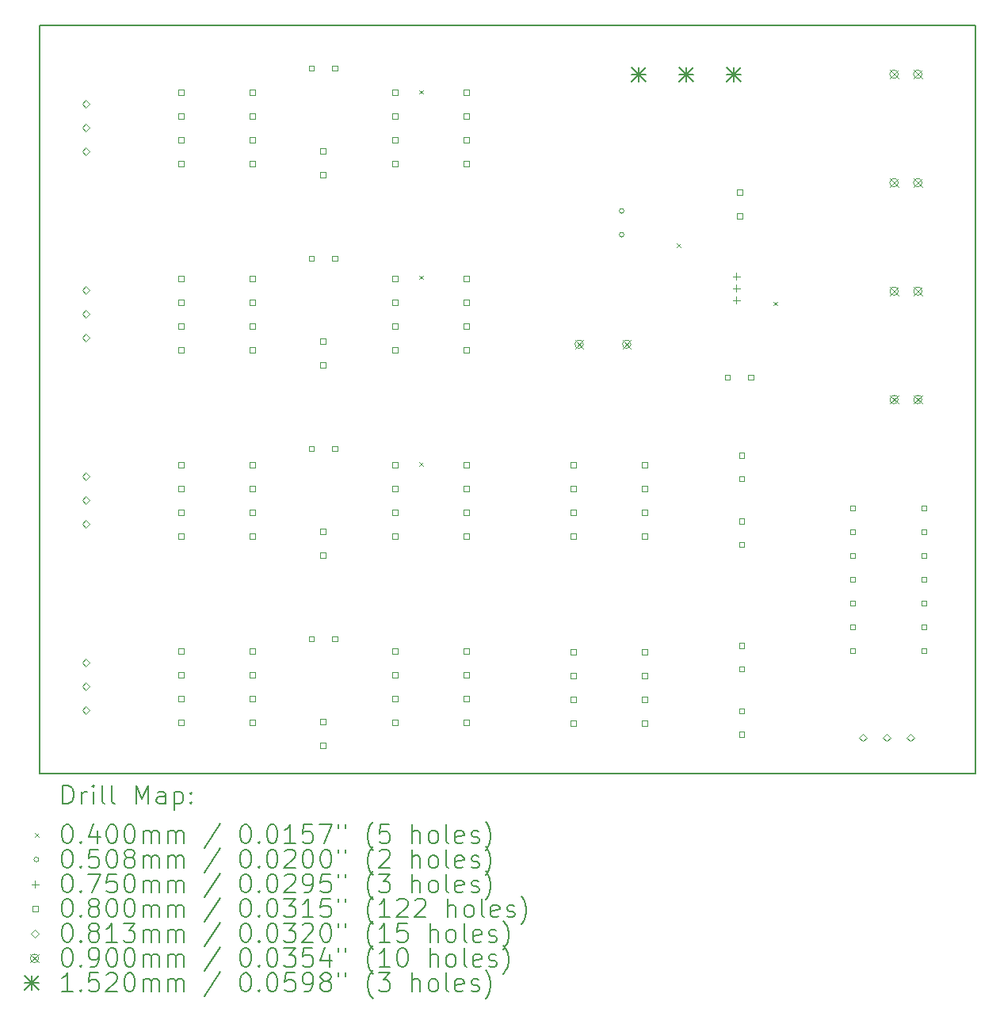
<source format=gbr>
%FSLAX45Y45*%
G04 Gerber Fmt 4.5, Leading zero omitted, Abs format (unit mm)*
G04 Created by KiCad (PCBNEW (6.0.1)) date 2022-03-23 17:08:31*
%MOMM*%
%LPD*%
G01*
G04 APERTURE LIST*
%TA.AperFunction,Profile*%
%ADD10C,0.200000*%
%TD*%
%ADD11C,0.200000*%
%ADD12C,0.040000*%
%ADD13C,0.050800*%
%ADD14C,0.075000*%
%ADD15C,0.080000*%
%ADD16C,0.081280*%
%ADD17C,0.090000*%
%ADD18C,0.152000*%
G04 APERTURE END LIST*
D10*
X7000000Y-5000000D02*
X17000000Y-5000000D01*
X17000000Y-5000000D02*
X17000000Y-13000000D01*
X7000000Y-13000000D02*
X7000000Y-5000000D01*
X17000000Y-13000000D02*
X7000000Y-13000000D01*
D11*
D12*
X11054400Y-5695000D02*
X11094400Y-5735000D01*
X11094400Y-5695000D02*
X11054400Y-5735000D01*
X11054400Y-7676200D02*
X11094400Y-7716200D01*
X11094400Y-7676200D02*
X11054400Y-7716200D01*
X11054400Y-9670100D02*
X11094400Y-9710100D01*
X11094400Y-9670100D02*
X11054400Y-9710100D01*
X13810300Y-7333300D02*
X13850300Y-7373300D01*
X13850300Y-7333300D02*
X13810300Y-7373300D01*
X14839000Y-7955600D02*
X14879000Y-7995600D01*
X14879000Y-7955600D02*
X14839000Y-7995600D01*
D13*
X13242900Y-6985000D02*
G75*
G03*
X13242900Y-6985000I-25400J0D01*
G01*
X13242900Y-7239000D02*
G75*
G03*
X13242900Y-7239000I-25400J0D01*
G01*
D14*
X14442000Y-7646000D02*
X14442000Y-7721000D01*
X14404500Y-7683500D02*
X14479500Y-7683500D01*
X14442000Y-7773000D02*
X14442000Y-7848000D01*
X14404500Y-7810500D02*
X14479500Y-7810500D01*
X14442000Y-7900000D02*
X14442000Y-7975000D01*
X14404500Y-7937500D02*
X14479500Y-7937500D01*
D15*
X8538285Y-5744284D02*
X8538285Y-5687715D01*
X8481716Y-5687715D01*
X8481716Y-5744284D01*
X8538285Y-5744284D01*
X8538285Y-5998284D02*
X8538285Y-5941715D01*
X8481716Y-5941715D01*
X8481716Y-5998284D01*
X8538285Y-5998284D01*
X8538285Y-6252284D02*
X8538285Y-6195715D01*
X8481716Y-6195715D01*
X8481716Y-6252284D01*
X8538285Y-6252284D01*
X8538285Y-6506284D02*
X8538285Y-6449715D01*
X8481716Y-6449715D01*
X8481716Y-6506284D01*
X8538285Y-6506284D01*
X8538285Y-7733951D02*
X8538285Y-7677382D01*
X8481716Y-7677382D01*
X8481716Y-7733951D01*
X8538285Y-7733951D01*
X8538285Y-7987951D02*
X8538285Y-7931382D01*
X8481716Y-7931382D01*
X8481716Y-7987951D01*
X8538285Y-7987951D01*
X8538285Y-8241951D02*
X8538285Y-8185382D01*
X8481716Y-8185382D01*
X8481716Y-8241951D01*
X8538285Y-8241951D01*
X8538285Y-8495951D02*
X8538285Y-8439382D01*
X8481716Y-8439382D01*
X8481716Y-8495951D01*
X8538285Y-8495951D01*
X8538285Y-9723618D02*
X8538285Y-9667049D01*
X8481716Y-9667049D01*
X8481716Y-9723618D01*
X8538285Y-9723618D01*
X8538285Y-9977618D02*
X8538285Y-9921049D01*
X8481716Y-9921049D01*
X8481716Y-9977618D01*
X8538285Y-9977618D01*
X8538285Y-10231618D02*
X8538285Y-10175049D01*
X8481716Y-10175049D01*
X8481716Y-10231618D01*
X8538285Y-10231618D01*
X8538285Y-10485618D02*
X8538285Y-10429049D01*
X8481716Y-10429049D01*
X8481716Y-10485618D01*
X8538285Y-10485618D01*
X8538285Y-11713284D02*
X8538285Y-11656715D01*
X8481716Y-11656715D01*
X8481716Y-11713284D01*
X8538285Y-11713284D01*
X8538285Y-11967284D02*
X8538285Y-11910715D01*
X8481716Y-11910715D01*
X8481716Y-11967284D01*
X8538285Y-11967284D01*
X8538285Y-12221284D02*
X8538285Y-12164715D01*
X8481716Y-12164715D01*
X8481716Y-12221284D01*
X8538285Y-12221284D01*
X8538285Y-12475284D02*
X8538285Y-12418715D01*
X8481716Y-12418715D01*
X8481716Y-12475284D01*
X8538285Y-12475284D01*
X9300285Y-5744284D02*
X9300285Y-5687715D01*
X9243716Y-5687715D01*
X9243716Y-5744284D01*
X9300285Y-5744284D01*
X9300285Y-5998284D02*
X9300285Y-5941715D01*
X9243716Y-5941715D01*
X9243716Y-5998284D01*
X9300285Y-5998284D01*
X9300285Y-6252284D02*
X9300285Y-6195715D01*
X9243716Y-6195715D01*
X9243716Y-6252284D01*
X9300285Y-6252284D01*
X9300285Y-6506284D02*
X9300285Y-6449715D01*
X9243716Y-6449715D01*
X9243716Y-6506284D01*
X9300285Y-6506284D01*
X9300285Y-7733951D02*
X9300285Y-7677382D01*
X9243716Y-7677382D01*
X9243716Y-7733951D01*
X9300285Y-7733951D01*
X9300285Y-7987951D02*
X9300285Y-7931382D01*
X9243716Y-7931382D01*
X9243716Y-7987951D01*
X9300285Y-7987951D01*
X9300285Y-8241951D02*
X9300285Y-8185382D01*
X9243716Y-8185382D01*
X9243716Y-8241951D01*
X9300285Y-8241951D01*
X9300285Y-8495951D02*
X9300285Y-8439382D01*
X9243716Y-8439382D01*
X9243716Y-8495951D01*
X9300285Y-8495951D01*
X9300285Y-9723618D02*
X9300285Y-9667049D01*
X9243716Y-9667049D01*
X9243716Y-9723618D01*
X9300285Y-9723618D01*
X9300285Y-9977618D02*
X9300285Y-9921049D01*
X9243716Y-9921049D01*
X9243716Y-9977618D01*
X9300285Y-9977618D01*
X9300285Y-10231618D02*
X9300285Y-10175049D01*
X9243716Y-10175049D01*
X9243716Y-10231618D01*
X9300285Y-10231618D01*
X9300285Y-10485618D02*
X9300285Y-10429049D01*
X9243716Y-10429049D01*
X9243716Y-10485618D01*
X9300285Y-10485618D01*
X9300285Y-11713284D02*
X9300285Y-11656715D01*
X9243716Y-11656715D01*
X9243716Y-11713284D01*
X9300285Y-11713284D01*
X9300285Y-11967284D02*
X9300285Y-11910715D01*
X9243716Y-11910715D01*
X9243716Y-11967284D01*
X9300285Y-11967284D01*
X9300285Y-12221284D02*
X9300285Y-12164715D01*
X9243716Y-12164715D01*
X9243716Y-12221284D01*
X9300285Y-12221284D01*
X9300285Y-12475284D02*
X9300285Y-12418715D01*
X9243716Y-12418715D01*
X9243716Y-12475284D01*
X9300285Y-12475284D01*
X9931796Y-5489285D02*
X9931796Y-5432716D01*
X9875227Y-5432716D01*
X9875227Y-5489285D01*
X9931796Y-5489285D01*
X9931796Y-7521284D02*
X9931796Y-7464715D01*
X9875227Y-7464715D01*
X9875227Y-7521284D01*
X9931796Y-7521284D01*
X9931796Y-9553284D02*
X9931796Y-9496715D01*
X9875227Y-9496715D01*
X9875227Y-9553284D01*
X9931796Y-9553284D01*
X9931796Y-11585284D02*
X9931796Y-11528715D01*
X9875227Y-11528715D01*
X9875227Y-11585284D01*
X9931796Y-11585284D01*
X10056796Y-6375796D02*
X10056796Y-6319227D01*
X10000227Y-6319227D01*
X10000227Y-6375796D01*
X10056796Y-6375796D01*
X10056796Y-6625796D02*
X10056796Y-6569227D01*
X10000227Y-6569227D01*
X10000227Y-6625796D01*
X10056796Y-6625796D01*
X10056796Y-8407796D02*
X10056796Y-8351227D01*
X10000227Y-8351227D01*
X10000227Y-8407796D01*
X10056796Y-8407796D01*
X10056796Y-8657796D02*
X10056796Y-8601227D01*
X10000227Y-8601227D01*
X10000227Y-8657796D01*
X10056796Y-8657796D01*
X10056796Y-10439796D02*
X10056796Y-10383227D01*
X10000227Y-10383227D01*
X10000227Y-10439796D01*
X10056796Y-10439796D01*
X10056796Y-10689796D02*
X10056796Y-10633227D01*
X10000227Y-10633227D01*
X10000227Y-10689796D01*
X10056796Y-10689796D01*
X10056796Y-12471796D02*
X10056796Y-12415227D01*
X10000227Y-12415227D01*
X10000227Y-12471796D01*
X10056796Y-12471796D01*
X10056796Y-12721796D02*
X10056796Y-12665227D01*
X10000227Y-12665227D01*
X10000227Y-12721796D01*
X10056796Y-12721796D01*
X10181796Y-5489285D02*
X10181796Y-5432716D01*
X10125227Y-5432716D01*
X10125227Y-5489285D01*
X10181796Y-5489285D01*
X10181796Y-7521284D02*
X10181796Y-7464715D01*
X10125227Y-7464715D01*
X10125227Y-7521284D01*
X10181796Y-7521284D01*
X10181796Y-9553284D02*
X10181796Y-9496715D01*
X10125227Y-9496715D01*
X10125227Y-9553284D01*
X10181796Y-9553284D01*
X10181796Y-11585284D02*
X10181796Y-11528715D01*
X10125227Y-11528715D01*
X10125227Y-11585284D01*
X10181796Y-11585284D01*
X10824285Y-5744284D02*
X10824285Y-5687715D01*
X10767716Y-5687715D01*
X10767716Y-5744284D01*
X10824285Y-5744284D01*
X10824285Y-5998284D02*
X10824285Y-5941715D01*
X10767716Y-5941715D01*
X10767716Y-5998284D01*
X10824285Y-5998284D01*
X10824285Y-6252284D02*
X10824285Y-6195715D01*
X10767716Y-6195715D01*
X10767716Y-6252284D01*
X10824285Y-6252284D01*
X10824285Y-6506284D02*
X10824285Y-6449715D01*
X10767716Y-6449715D01*
X10767716Y-6506284D01*
X10824285Y-6506284D01*
X10824285Y-7733951D02*
X10824285Y-7677382D01*
X10767716Y-7677382D01*
X10767716Y-7733951D01*
X10824285Y-7733951D01*
X10824285Y-7987951D02*
X10824285Y-7931382D01*
X10767716Y-7931382D01*
X10767716Y-7987951D01*
X10824285Y-7987951D01*
X10824285Y-8241951D02*
X10824285Y-8185382D01*
X10767716Y-8185382D01*
X10767716Y-8241951D01*
X10824285Y-8241951D01*
X10824285Y-8495951D02*
X10824285Y-8439382D01*
X10767716Y-8439382D01*
X10767716Y-8495951D01*
X10824285Y-8495951D01*
X10824285Y-9723618D02*
X10824285Y-9667049D01*
X10767716Y-9667049D01*
X10767716Y-9723618D01*
X10824285Y-9723618D01*
X10824285Y-9977618D02*
X10824285Y-9921049D01*
X10767716Y-9921049D01*
X10767716Y-9977618D01*
X10824285Y-9977618D01*
X10824285Y-10231618D02*
X10824285Y-10175049D01*
X10767716Y-10175049D01*
X10767716Y-10231618D01*
X10824285Y-10231618D01*
X10824285Y-10485618D02*
X10824285Y-10429049D01*
X10767716Y-10429049D01*
X10767716Y-10485618D01*
X10824285Y-10485618D01*
X10824285Y-11713284D02*
X10824285Y-11656715D01*
X10767716Y-11656715D01*
X10767716Y-11713284D01*
X10824285Y-11713284D01*
X10824285Y-11967284D02*
X10824285Y-11910715D01*
X10767716Y-11910715D01*
X10767716Y-11967284D01*
X10824285Y-11967284D01*
X10824285Y-12221284D02*
X10824285Y-12164715D01*
X10767716Y-12164715D01*
X10767716Y-12221284D01*
X10824285Y-12221284D01*
X10824285Y-12475284D02*
X10824285Y-12418715D01*
X10767716Y-12418715D01*
X10767716Y-12475284D01*
X10824285Y-12475284D01*
X11586284Y-5744284D02*
X11586284Y-5687715D01*
X11529715Y-5687715D01*
X11529715Y-5744284D01*
X11586284Y-5744284D01*
X11586284Y-5998284D02*
X11586284Y-5941715D01*
X11529715Y-5941715D01*
X11529715Y-5998284D01*
X11586284Y-5998284D01*
X11586284Y-6252284D02*
X11586284Y-6195715D01*
X11529715Y-6195715D01*
X11529715Y-6252284D01*
X11586284Y-6252284D01*
X11586284Y-6506284D02*
X11586284Y-6449715D01*
X11529715Y-6449715D01*
X11529715Y-6506284D01*
X11586284Y-6506284D01*
X11586284Y-7733951D02*
X11586284Y-7677382D01*
X11529715Y-7677382D01*
X11529715Y-7733951D01*
X11586284Y-7733951D01*
X11586284Y-7987951D02*
X11586284Y-7931382D01*
X11529715Y-7931382D01*
X11529715Y-7987951D01*
X11586284Y-7987951D01*
X11586284Y-8241951D02*
X11586284Y-8185382D01*
X11529715Y-8185382D01*
X11529715Y-8241951D01*
X11586284Y-8241951D01*
X11586284Y-8495951D02*
X11586284Y-8439382D01*
X11529715Y-8439382D01*
X11529715Y-8495951D01*
X11586284Y-8495951D01*
X11586284Y-9723618D02*
X11586284Y-9667049D01*
X11529715Y-9667049D01*
X11529715Y-9723618D01*
X11586284Y-9723618D01*
X11586284Y-9977618D02*
X11586284Y-9921049D01*
X11529715Y-9921049D01*
X11529715Y-9977618D01*
X11586284Y-9977618D01*
X11586284Y-10231618D02*
X11586284Y-10175049D01*
X11529715Y-10175049D01*
X11529715Y-10231618D01*
X11586284Y-10231618D01*
X11586284Y-10485618D02*
X11586284Y-10429049D01*
X11529715Y-10429049D01*
X11529715Y-10485618D01*
X11586284Y-10485618D01*
X11586284Y-11713284D02*
X11586284Y-11656715D01*
X11529715Y-11656715D01*
X11529715Y-11713284D01*
X11586284Y-11713284D01*
X11586284Y-11967284D02*
X11586284Y-11910715D01*
X11529715Y-11910715D01*
X11529715Y-11967284D01*
X11586284Y-11967284D01*
X11586284Y-12221284D02*
X11586284Y-12164715D01*
X11529715Y-12164715D01*
X11529715Y-12221284D01*
X11586284Y-12221284D01*
X11586284Y-12475284D02*
X11586284Y-12418715D01*
X11529715Y-12418715D01*
X11529715Y-12475284D01*
X11586284Y-12475284D01*
X12729284Y-9723618D02*
X12729284Y-9667049D01*
X12672715Y-9667049D01*
X12672715Y-9723618D01*
X12729284Y-9723618D01*
X12729284Y-9977618D02*
X12729284Y-9921049D01*
X12672715Y-9921049D01*
X12672715Y-9977618D01*
X12729284Y-9977618D01*
X12729284Y-10231618D02*
X12729284Y-10175049D01*
X12672715Y-10175049D01*
X12672715Y-10231618D01*
X12729284Y-10231618D01*
X12729284Y-10485618D02*
X12729284Y-10429049D01*
X12672715Y-10429049D01*
X12672715Y-10485618D01*
X12729284Y-10485618D01*
X12729284Y-11723284D02*
X12729284Y-11666715D01*
X12672715Y-11666715D01*
X12672715Y-11723284D01*
X12729284Y-11723284D01*
X12729284Y-11977284D02*
X12729284Y-11920715D01*
X12672715Y-11920715D01*
X12672715Y-11977284D01*
X12729284Y-11977284D01*
X12729284Y-12231284D02*
X12729284Y-12174715D01*
X12672715Y-12174715D01*
X12672715Y-12231284D01*
X12729284Y-12231284D01*
X12729284Y-12485284D02*
X12729284Y-12428715D01*
X12672715Y-12428715D01*
X12672715Y-12485284D01*
X12729284Y-12485284D01*
X13491284Y-9723618D02*
X13491284Y-9667049D01*
X13434715Y-9667049D01*
X13434715Y-9723618D01*
X13491284Y-9723618D01*
X13491284Y-9977618D02*
X13491284Y-9921049D01*
X13434715Y-9921049D01*
X13434715Y-9977618D01*
X13491284Y-9977618D01*
X13491284Y-10231618D02*
X13491284Y-10175049D01*
X13434715Y-10175049D01*
X13434715Y-10231618D01*
X13491284Y-10231618D01*
X13491284Y-10485618D02*
X13491284Y-10429049D01*
X13434715Y-10429049D01*
X13434715Y-10485618D01*
X13491284Y-10485618D01*
X13491284Y-11723284D02*
X13491284Y-11666715D01*
X13434715Y-11666715D01*
X13434715Y-11723284D01*
X13491284Y-11723284D01*
X13491284Y-11977284D02*
X13491284Y-11920715D01*
X13434715Y-11920715D01*
X13434715Y-11977284D01*
X13491284Y-11977284D01*
X13491284Y-12231284D02*
X13491284Y-12174715D01*
X13434715Y-12174715D01*
X13434715Y-12231284D01*
X13491284Y-12231284D01*
X13491284Y-12485284D02*
X13491284Y-12428715D01*
X13434715Y-12428715D01*
X13434715Y-12485284D01*
X13491284Y-12485284D01*
X14376796Y-8791285D02*
X14376796Y-8734716D01*
X14320227Y-8734716D01*
X14320227Y-8791285D01*
X14376796Y-8791285D01*
X14506284Y-6815924D02*
X14506284Y-6759355D01*
X14449715Y-6759355D01*
X14449715Y-6815924D01*
X14506284Y-6815924D01*
X14506284Y-7065924D02*
X14506284Y-7009355D01*
X14449715Y-7009355D01*
X14449715Y-7065924D01*
X14506284Y-7065924D01*
X14528284Y-9623273D02*
X14528284Y-9566704D01*
X14471715Y-9566704D01*
X14471715Y-9623273D01*
X14528284Y-9623273D01*
X14528284Y-9873273D02*
X14528284Y-9816704D01*
X14471715Y-9816704D01*
X14471715Y-9873273D01*
X14528284Y-9873273D01*
X14528284Y-10327985D02*
X14528284Y-10271416D01*
X14471715Y-10271416D01*
X14471715Y-10327985D01*
X14528284Y-10327985D01*
X14528284Y-10577985D02*
X14528284Y-10521416D01*
X14471715Y-10521416D01*
X14471715Y-10577985D01*
X14528284Y-10577985D01*
X14528284Y-11655273D02*
X14528284Y-11598704D01*
X14471715Y-11598704D01*
X14471715Y-11655273D01*
X14528284Y-11655273D01*
X14528284Y-11905273D02*
X14528284Y-11848704D01*
X14471715Y-11848704D01*
X14471715Y-11905273D01*
X14528284Y-11905273D01*
X14528284Y-12355273D02*
X14528284Y-12298704D01*
X14471715Y-12298704D01*
X14471715Y-12355273D01*
X14528284Y-12355273D01*
X14528284Y-12605273D02*
X14528284Y-12548704D01*
X14471715Y-12548704D01*
X14471715Y-12605273D01*
X14528284Y-12605273D01*
X14626796Y-8791285D02*
X14626796Y-8734716D01*
X14570227Y-8734716D01*
X14570227Y-8791285D01*
X14626796Y-8791285D01*
X15713784Y-10187785D02*
X15713784Y-10131216D01*
X15657215Y-10131216D01*
X15657215Y-10187785D01*
X15713784Y-10187785D01*
X15713784Y-10441785D02*
X15713784Y-10385216D01*
X15657215Y-10385216D01*
X15657215Y-10441785D01*
X15713784Y-10441785D01*
X15713784Y-10695785D02*
X15713784Y-10639216D01*
X15657215Y-10639216D01*
X15657215Y-10695785D01*
X15713784Y-10695785D01*
X15713784Y-10949785D02*
X15713784Y-10893216D01*
X15657215Y-10893216D01*
X15657215Y-10949785D01*
X15713784Y-10949785D01*
X15713784Y-11203784D02*
X15713784Y-11147216D01*
X15657215Y-11147216D01*
X15657215Y-11203784D01*
X15713784Y-11203784D01*
X15713784Y-11457784D02*
X15713784Y-11401215D01*
X15657215Y-11401215D01*
X15657215Y-11457784D01*
X15713784Y-11457784D01*
X15713784Y-11711784D02*
X15713784Y-11655215D01*
X15657215Y-11655215D01*
X15657215Y-11711784D01*
X15713784Y-11711784D01*
X16475784Y-10187785D02*
X16475784Y-10131216D01*
X16419215Y-10131216D01*
X16419215Y-10187785D01*
X16475784Y-10187785D01*
X16475784Y-10441785D02*
X16475784Y-10385216D01*
X16419215Y-10385216D01*
X16419215Y-10441785D01*
X16475784Y-10441785D01*
X16475784Y-10695785D02*
X16475784Y-10639216D01*
X16419215Y-10639216D01*
X16419215Y-10695785D01*
X16475784Y-10695785D01*
X16475784Y-10949785D02*
X16475784Y-10893216D01*
X16419215Y-10893216D01*
X16419215Y-10949785D01*
X16475784Y-10949785D01*
X16475784Y-11203784D02*
X16475784Y-11147216D01*
X16419215Y-11147216D01*
X16419215Y-11203784D01*
X16475784Y-11203784D01*
X16475784Y-11457784D02*
X16475784Y-11401215D01*
X16419215Y-11401215D01*
X16419215Y-11457784D01*
X16475784Y-11457784D01*
X16475784Y-11711784D02*
X16475784Y-11655215D01*
X16419215Y-11655215D01*
X16419215Y-11711784D01*
X16475784Y-11711784D01*
D16*
X7493000Y-5882640D02*
X7533640Y-5842000D01*
X7493000Y-5801360D01*
X7452360Y-5842000D01*
X7493000Y-5882640D01*
X7493000Y-6136640D02*
X7533640Y-6096000D01*
X7493000Y-6055360D01*
X7452360Y-6096000D01*
X7493000Y-6136640D01*
X7493000Y-6390640D02*
X7533640Y-6350000D01*
X7493000Y-6309360D01*
X7452360Y-6350000D01*
X7493000Y-6390640D01*
X7493000Y-7872307D02*
X7533640Y-7831667D01*
X7493000Y-7791027D01*
X7452360Y-7831667D01*
X7493000Y-7872307D01*
X7493000Y-8126307D02*
X7533640Y-8085667D01*
X7493000Y-8045027D01*
X7452360Y-8085667D01*
X7493000Y-8126307D01*
X7493000Y-8380307D02*
X7533640Y-8339667D01*
X7493000Y-8299027D01*
X7452360Y-8339667D01*
X7493000Y-8380307D01*
X7493000Y-9861973D02*
X7533640Y-9821333D01*
X7493000Y-9780693D01*
X7452360Y-9821333D01*
X7493000Y-9861973D01*
X7493000Y-10115973D02*
X7533640Y-10075333D01*
X7493000Y-10034693D01*
X7452360Y-10075333D01*
X7493000Y-10115973D01*
X7493000Y-10369973D02*
X7533640Y-10329333D01*
X7493000Y-10288693D01*
X7452360Y-10329333D01*
X7493000Y-10369973D01*
X7493000Y-11851640D02*
X7533640Y-11811000D01*
X7493000Y-11770360D01*
X7452360Y-11811000D01*
X7493000Y-11851640D01*
X7493000Y-12105640D02*
X7533640Y-12065000D01*
X7493000Y-12024360D01*
X7452360Y-12065000D01*
X7493000Y-12105640D01*
X7493000Y-12359640D02*
X7533640Y-12319000D01*
X7493000Y-12278360D01*
X7452360Y-12319000D01*
X7493000Y-12359640D01*
X15793720Y-12651740D02*
X15834360Y-12611100D01*
X15793720Y-12570460D01*
X15753080Y-12611100D01*
X15793720Y-12651740D01*
X16047720Y-12651740D02*
X16088360Y-12611100D01*
X16047720Y-12570460D01*
X16007080Y-12611100D01*
X16047720Y-12651740D01*
X16301720Y-12651740D02*
X16342360Y-12611100D01*
X16301720Y-12570460D01*
X16261080Y-12611100D01*
X16301720Y-12651740D01*
D17*
X12718500Y-8364000D02*
X12808500Y-8454000D01*
X12808500Y-8364000D02*
X12718500Y-8454000D01*
X12808500Y-8409000D02*
G75*
G03*
X12808500Y-8409000I-45000J0D01*
G01*
X13226500Y-8364000D02*
X13316500Y-8454000D01*
X13316500Y-8364000D02*
X13226500Y-8454000D01*
X13316500Y-8409000D02*
G75*
G03*
X13316500Y-8409000I-45000J0D01*
G01*
X16083500Y-5479500D02*
X16173500Y-5569500D01*
X16173500Y-5479500D02*
X16083500Y-5569500D01*
X16173500Y-5524500D02*
G75*
G03*
X16173500Y-5524500I-45000J0D01*
G01*
X16083500Y-6638000D02*
X16173500Y-6728000D01*
X16173500Y-6638000D02*
X16083500Y-6728000D01*
X16173500Y-6683000D02*
G75*
G03*
X16173500Y-6683000I-45000J0D01*
G01*
X16083500Y-7796500D02*
X16173500Y-7886500D01*
X16173500Y-7796500D02*
X16083500Y-7886500D01*
X16173500Y-7841500D02*
G75*
G03*
X16173500Y-7841500I-45000J0D01*
G01*
X16083500Y-8955000D02*
X16173500Y-9045000D01*
X16173500Y-8955000D02*
X16083500Y-9045000D01*
X16173500Y-9000000D02*
G75*
G03*
X16173500Y-9000000I-45000J0D01*
G01*
X16337500Y-5479500D02*
X16427500Y-5569500D01*
X16427500Y-5479500D02*
X16337500Y-5569500D01*
X16427500Y-5524500D02*
G75*
G03*
X16427500Y-5524500I-45000J0D01*
G01*
X16337500Y-6638000D02*
X16427500Y-6728000D01*
X16427500Y-6638000D02*
X16337500Y-6728000D01*
X16427500Y-6683000D02*
G75*
G03*
X16427500Y-6683000I-45000J0D01*
G01*
X16337500Y-7796500D02*
X16427500Y-7886500D01*
X16427500Y-7796500D02*
X16337500Y-7886500D01*
X16427500Y-7841500D02*
G75*
G03*
X16427500Y-7841500I-45000J0D01*
G01*
X16337500Y-8955000D02*
X16427500Y-9045000D01*
X16427500Y-8955000D02*
X16337500Y-9045000D01*
X16427500Y-9000000D02*
G75*
G03*
X16427500Y-9000000I-45000J0D01*
G01*
D18*
X13322500Y-5448500D02*
X13474500Y-5600500D01*
X13474500Y-5448500D02*
X13322500Y-5600500D01*
X13398500Y-5448500D02*
X13398500Y-5600500D01*
X13322500Y-5524500D02*
X13474500Y-5524500D01*
X13830500Y-5448500D02*
X13982500Y-5600500D01*
X13982500Y-5448500D02*
X13830500Y-5600500D01*
X13906500Y-5448500D02*
X13906500Y-5600500D01*
X13830500Y-5524500D02*
X13982500Y-5524500D01*
X14338500Y-5448500D02*
X14490500Y-5600500D01*
X14490500Y-5448500D02*
X14338500Y-5600500D01*
X14414500Y-5448500D02*
X14414500Y-5600500D01*
X14338500Y-5524500D02*
X14490500Y-5524500D01*
D11*
X7247619Y-13320476D02*
X7247619Y-13120476D01*
X7295238Y-13120476D01*
X7323809Y-13130000D01*
X7342857Y-13149048D01*
X7352381Y-13168095D01*
X7361905Y-13206190D01*
X7361905Y-13234762D01*
X7352381Y-13272857D01*
X7342857Y-13291905D01*
X7323809Y-13310952D01*
X7295238Y-13320476D01*
X7247619Y-13320476D01*
X7447619Y-13320476D02*
X7447619Y-13187143D01*
X7447619Y-13225238D02*
X7457143Y-13206190D01*
X7466667Y-13196667D01*
X7485714Y-13187143D01*
X7504762Y-13187143D01*
X7571428Y-13320476D02*
X7571428Y-13187143D01*
X7571428Y-13120476D02*
X7561905Y-13130000D01*
X7571428Y-13139524D01*
X7580952Y-13130000D01*
X7571428Y-13120476D01*
X7571428Y-13139524D01*
X7695238Y-13320476D02*
X7676190Y-13310952D01*
X7666667Y-13291905D01*
X7666667Y-13120476D01*
X7800000Y-13320476D02*
X7780952Y-13310952D01*
X7771428Y-13291905D01*
X7771428Y-13120476D01*
X8028571Y-13320476D02*
X8028571Y-13120476D01*
X8095238Y-13263333D01*
X8161905Y-13120476D01*
X8161905Y-13320476D01*
X8342857Y-13320476D02*
X8342857Y-13215714D01*
X8333333Y-13196667D01*
X8314286Y-13187143D01*
X8276190Y-13187143D01*
X8257143Y-13196667D01*
X8342857Y-13310952D02*
X8323809Y-13320476D01*
X8276190Y-13320476D01*
X8257143Y-13310952D01*
X8247619Y-13291905D01*
X8247619Y-13272857D01*
X8257143Y-13253809D01*
X8276190Y-13244286D01*
X8323809Y-13244286D01*
X8342857Y-13234762D01*
X8438095Y-13187143D02*
X8438095Y-13387143D01*
X8438095Y-13196667D02*
X8457143Y-13187143D01*
X8495238Y-13187143D01*
X8514286Y-13196667D01*
X8523810Y-13206190D01*
X8533333Y-13225238D01*
X8533333Y-13282381D01*
X8523810Y-13301428D01*
X8514286Y-13310952D01*
X8495238Y-13320476D01*
X8457143Y-13320476D01*
X8438095Y-13310952D01*
X8619048Y-13301428D02*
X8628571Y-13310952D01*
X8619048Y-13320476D01*
X8609524Y-13310952D01*
X8619048Y-13301428D01*
X8619048Y-13320476D01*
X8619048Y-13196667D02*
X8628571Y-13206190D01*
X8619048Y-13215714D01*
X8609524Y-13206190D01*
X8619048Y-13196667D01*
X8619048Y-13215714D01*
D12*
X6950000Y-13630000D02*
X6990000Y-13670000D01*
X6990000Y-13630000D02*
X6950000Y-13670000D01*
D11*
X7285714Y-13540476D02*
X7304762Y-13540476D01*
X7323809Y-13550000D01*
X7333333Y-13559524D01*
X7342857Y-13578571D01*
X7352381Y-13616667D01*
X7352381Y-13664286D01*
X7342857Y-13702381D01*
X7333333Y-13721428D01*
X7323809Y-13730952D01*
X7304762Y-13740476D01*
X7285714Y-13740476D01*
X7266667Y-13730952D01*
X7257143Y-13721428D01*
X7247619Y-13702381D01*
X7238095Y-13664286D01*
X7238095Y-13616667D01*
X7247619Y-13578571D01*
X7257143Y-13559524D01*
X7266667Y-13550000D01*
X7285714Y-13540476D01*
X7438095Y-13721428D02*
X7447619Y-13730952D01*
X7438095Y-13740476D01*
X7428571Y-13730952D01*
X7438095Y-13721428D01*
X7438095Y-13740476D01*
X7619048Y-13607143D02*
X7619048Y-13740476D01*
X7571428Y-13530952D02*
X7523809Y-13673809D01*
X7647619Y-13673809D01*
X7761905Y-13540476D02*
X7780952Y-13540476D01*
X7800000Y-13550000D01*
X7809524Y-13559524D01*
X7819048Y-13578571D01*
X7828571Y-13616667D01*
X7828571Y-13664286D01*
X7819048Y-13702381D01*
X7809524Y-13721428D01*
X7800000Y-13730952D01*
X7780952Y-13740476D01*
X7761905Y-13740476D01*
X7742857Y-13730952D01*
X7733333Y-13721428D01*
X7723809Y-13702381D01*
X7714286Y-13664286D01*
X7714286Y-13616667D01*
X7723809Y-13578571D01*
X7733333Y-13559524D01*
X7742857Y-13550000D01*
X7761905Y-13540476D01*
X7952381Y-13540476D02*
X7971428Y-13540476D01*
X7990476Y-13550000D01*
X8000000Y-13559524D01*
X8009524Y-13578571D01*
X8019048Y-13616667D01*
X8019048Y-13664286D01*
X8009524Y-13702381D01*
X8000000Y-13721428D01*
X7990476Y-13730952D01*
X7971428Y-13740476D01*
X7952381Y-13740476D01*
X7933333Y-13730952D01*
X7923809Y-13721428D01*
X7914286Y-13702381D01*
X7904762Y-13664286D01*
X7904762Y-13616667D01*
X7914286Y-13578571D01*
X7923809Y-13559524D01*
X7933333Y-13550000D01*
X7952381Y-13540476D01*
X8104762Y-13740476D02*
X8104762Y-13607143D01*
X8104762Y-13626190D02*
X8114286Y-13616667D01*
X8133333Y-13607143D01*
X8161905Y-13607143D01*
X8180952Y-13616667D01*
X8190476Y-13635714D01*
X8190476Y-13740476D01*
X8190476Y-13635714D02*
X8200000Y-13616667D01*
X8219048Y-13607143D01*
X8247619Y-13607143D01*
X8266667Y-13616667D01*
X8276190Y-13635714D01*
X8276190Y-13740476D01*
X8371428Y-13740476D02*
X8371428Y-13607143D01*
X8371428Y-13626190D02*
X8380952Y-13616667D01*
X8400000Y-13607143D01*
X8428571Y-13607143D01*
X8447619Y-13616667D01*
X8457143Y-13635714D01*
X8457143Y-13740476D01*
X8457143Y-13635714D02*
X8466667Y-13616667D01*
X8485714Y-13607143D01*
X8514286Y-13607143D01*
X8533333Y-13616667D01*
X8542857Y-13635714D01*
X8542857Y-13740476D01*
X8933333Y-13530952D02*
X8761905Y-13788095D01*
X9190476Y-13540476D02*
X9209524Y-13540476D01*
X9228571Y-13550000D01*
X9238095Y-13559524D01*
X9247619Y-13578571D01*
X9257143Y-13616667D01*
X9257143Y-13664286D01*
X9247619Y-13702381D01*
X9238095Y-13721428D01*
X9228571Y-13730952D01*
X9209524Y-13740476D01*
X9190476Y-13740476D01*
X9171429Y-13730952D01*
X9161905Y-13721428D01*
X9152381Y-13702381D01*
X9142857Y-13664286D01*
X9142857Y-13616667D01*
X9152381Y-13578571D01*
X9161905Y-13559524D01*
X9171429Y-13550000D01*
X9190476Y-13540476D01*
X9342857Y-13721428D02*
X9352381Y-13730952D01*
X9342857Y-13740476D01*
X9333333Y-13730952D01*
X9342857Y-13721428D01*
X9342857Y-13740476D01*
X9476190Y-13540476D02*
X9495238Y-13540476D01*
X9514286Y-13550000D01*
X9523810Y-13559524D01*
X9533333Y-13578571D01*
X9542857Y-13616667D01*
X9542857Y-13664286D01*
X9533333Y-13702381D01*
X9523810Y-13721428D01*
X9514286Y-13730952D01*
X9495238Y-13740476D01*
X9476190Y-13740476D01*
X9457143Y-13730952D01*
X9447619Y-13721428D01*
X9438095Y-13702381D01*
X9428571Y-13664286D01*
X9428571Y-13616667D01*
X9438095Y-13578571D01*
X9447619Y-13559524D01*
X9457143Y-13550000D01*
X9476190Y-13540476D01*
X9733333Y-13740476D02*
X9619048Y-13740476D01*
X9676190Y-13740476D02*
X9676190Y-13540476D01*
X9657143Y-13569048D01*
X9638095Y-13588095D01*
X9619048Y-13597619D01*
X9914286Y-13540476D02*
X9819048Y-13540476D01*
X9809524Y-13635714D01*
X9819048Y-13626190D01*
X9838095Y-13616667D01*
X9885714Y-13616667D01*
X9904762Y-13626190D01*
X9914286Y-13635714D01*
X9923810Y-13654762D01*
X9923810Y-13702381D01*
X9914286Y-13721428D01*
X9904762Y-13730952D01*
X9885714Y-13740476D01*
X9838095Y-13740476D01*
X9819048Y-13730952D01*
X9809524Y-13721428D01*
X9990476Y-13540476D02*
X10123810Y-13540476D01*
X10038095Y-13740476D01*
X10190476Y-13540476D02*
X10190476Y-13578571D01*
X10266667Y-13540476D02*
X10266667Y-13578571D01*
X10561905Y-13816667D02*
X10552381Y-13807143D01*
X10533333Y-13778571D01*
X10523810Y-13759524D01*
X10514286Y-13730952D01*
X10504762Y-13683333D01*
X10504762Y-13645238D01*
X10514286Y-13597619D01*
X10523810Y-13569048D01*
X10533333Y-13550000D01*
X10552381Y-13521428D01*
X10561905Y-13511905D01*
X10733333Y-13540476D02*
X10638095Y-13540476D01*
X10628571Y-13635714D01*
X10638095Y-13626190D01*
X10657143Y-13616667D01*
X10704762Y-13616667D01*
X10723810Y-13626190D01*
X10733333Y-13635714D01*
X10742857Y-13654762D01*
X10742857Y-13702381D01*
X10733333Y-13721428D01*
X10723810Y-13730952D01*
X10704762Y-13740476D01*
X10657143Y-13740476D01*
X10638095Y-13730952D01*
X10628571Y-13721428D01*
X10980952Y-13740476D02*
X10980952Y-13540476D01*
X11066667Y-13740476D02*
X11066667Y-13635714D01*
X11057143Y-13616667D01*
X11038095Y-13607143D01*
X11009524Y-13607143D01*
X10990476Y-13616667D01*
X10980952Y-13626190D01*
X11190476Y-13740476D02*
X11171429Y-13730952D01*
X11161905Y-13721428D01*
X11152381Y-13702381D01*
X11152381Y-13645238D01*
X11161905Y-13626190D01*
X11171429Y-13616667D01*
X11190476Y-13607143D01*
X11219048Y-13607143D01*
X11238095Y-13616667D01*
X11247619Y-13626190D01*
X11257143Y-13645238D01*
X11257143Y-13702381D01*
X11247619Y-13721428D01*
X11238095Y-13730952D01*
X11219048Y-13740476D01*
X11190476Y-13740476D01*
X11371428Y-13740476D02*
X11352381Y-13730952D01*
X11342857Y-13711905D01*
X11342857Y-13540476D01*
X11523809Y-13730952D02*
X11504762Y-13740476D01*
X11466667Y-13740476D01*
X11447619Y-13730952D01*
X11438095Y-13711905D01*
X11438095Y-13635714D01*
X11447619Y-13616667D01*
X11466667Y-13607143D01*
X11504762Y-13607143D01*
X11523809Y-13616667D01*
X11533333Y-13635714D01*
X11533333Y-13654762D01*
X11438095Y-13673809D01*
X11609524Y-13730952D02*
X11628571Y-13740476D01*
X11666667Y-13740476D01*
X11685714Y-13730952D01*
X11695238Y-13711905D01*
X11695238Y-13702381D01*
X11685714Y-13683333D01*
X11666667Y-13673809D01*
X11638095Y-13673809D01*
X11619048Y-13664286D01*
X11609524Y-13645238D01*
X11609524Y-13635714D01*
X11619048Y-13616667D01*
X11638095Y-13607143D01*
X11666667Y-13607143D01*
X11685714Y-13616667D01*
X11761905Y-13816667D02*
X11771428Y-13807143D01*
X11790476Y-13778571D01*
X11800000Y-13759524D01*
X11809524Y-13730952D01*
X11819048Y-13683333D01*
X11819048Y-13645238D01*
X11809524Y-13597619D01*
X11800000Y-13569048D01*
X11790476Y-13550000D01*
X11771428Y-13521428D01*
X11761905Y-13511905D01*
D13*
X6990000Y-13914000D02*
G75*
G03*
X6990000Y-13914000I-25400J0D01*
G01*
D11*
X7285714Y-13804476D02*
X7304762Y-13804476D01*
X7323809Y-13814000D01*
X7333333Y-13823524D01*
X7342857Y-13842571D01*
X7352381Y-13880667D01*
X7352381Y-13928286D01*
X7342857Y-13966381D01*
X7333333Y-13985428D01*
X7323809Y-13994952D01*
X7304762Y-14004476D01*
X7285714Y-14004476D01*
X7266667Y-13994952D01*
X7257143Y-13985428D01*
X7247619Y-13966381D01*
X7238095Y-13928286D01*
X7238095Y-13880667D01*
X7247619Y-13842571D01*
X7257143Y-13823524D01*
X7266667Y-13814000D01*
X7285714Y-13804476D01*
X7438095Y-13985428D02*
X7447619Y-13994952D01*
X7438095Y-14004476D01*
X7428571Y-13994952D01*
X7438095Y-13985428D01*
X7438095Y-14004476D01*
X7628571Y-13804476D02*
X7533333Y-13804476D01*
X7523809Y-13899714D01*
X7533333Y-13890190D01*
X7552381Y-13880667D01*
X7600000Y-13880667D01*
X7619048Y-13890190D01*
X7628571Y-13899714D01*
X7638095Y-13918762D01*
X7638095Y-13966381D01*
X7628571Y-13985428D01*
X7619048Y-13994952D01*
X7600000Y-14004476D01*
X7552381Y-14004476D01*
X7533333Y-13994952D01*
X7523809Y-13985428D01*
X7761905Y-13804476D02*
X7780952Y-13804476D01*
X7800000Y-13814000D01*
X7809524Y-13823524D01*
X7819048Y-13842571D01*
X7828571Y-13880667D01*
X7828571Y-13928286D01*
X7819048Y-13966381D01*
X7809524Y-13985428D01*
X7800000Y-13994952D01*
X7780952Y-14004476D01*
X7761905Y-14004476D01*
X7742857Y-13994952D01*
X7733333Y-13985428D01*
X7723809Y-13966381D01*
X7714286Y-13928286D01*
X7714286Y-13880667D01*
X7723809Y-13842571D01*
X7733333Y-13823524D01*
X7742857Y-13814000D01*
X7761905Y-13804476D01*
X7942857Y-13890190D02*
X7923809Y-13880667D01*
X7914286Y-13871143D01*
X7904762Y-13852095D01*
X7904762Y-13842571D01*
X7914286Y-13823524D01*
X7923809Y-13814000D01*
X7942857Y-13804476D01*
X7980952Y-13804476D01*
X8000000Y-13814000D01*
X8009524Y-13823524D01*
X8019048Y-13842571D01*
X8019048Y-13852095D01*
X8009524Y-13871143D01*
X8000000Y-13880667D01*
X7980952Y-13890190D01*
X7942857Y-13890190D01*
X7923809Y-13899714D01*
X7914286Y-13909238D01*
X7904762Y-13928286D01*
X7904762Y-13966381D01*
X7914286Y-13985428D01*
X7923809Y-13994952D01*
X7942857Y-14004476D01*
X7980952Y-14004476D01*
X8000000Y-13994952D01*
X8009524Y-13985428D01*
X8019048Y-13966381D01*
X8019048Y-13928286D01*
X8009524Y-13909238D01*
X8000000Y-13899714D01*
X7980952Y-13890190D01*
X8104762Y-14004476D02*
X8104762Y-13871143D01*
X8104762Y-13890190D02*
X8114286Y-13880667D01*
X8133333Y-13871143D01*
X8161905Y-13871143D01*
X8180952Y-13880667D01*
X8190476Y-13899714D01*
X8190476Y-14004476D01*
X8190476Y-13899714D02*
X8200000Y-13880667D01*
X8219048Y-13871143D01*
X8247619Y-13871143D01*
X8266667Y-13880667D01*
X8276190Y-13899714D01*
X8276190Y-14004476D01*
X8371428Y-14004476D02*
X8371428Y-13871143D01*
X8371428Y-13890190D02*
X8380952Y-13880667D01*
X8400000Y-13871143D01*
X8428571Y-13871143D01*
X8447619Y-13880667D01*
X8457143Y-13899714D01*
X8457143Y-14004476D01*
X8457143Y-13899714D02*
X8466667Y-13880667D01*
X8485714Y-13871143D01*
X8514286Y-13871143D01*
X8533333Y-13880667D01*
X8542857Y-13899714D01*
X8542857Y-14004476D01*
X8933333Y-13794952D02*
X8761905Y-14052095D01*
X9190476Y-13804476D02*
X9209524Y-13804476D01*
X9228571Y-13814000D01*
X9238095Y-13823524D01*
X9247619Y-13842571D01*
X9257143Y-13880667D01*
X9257143Y-13928286D01*
X9247619Y-13966381D01*
X9238095Y-13985428D01*
X9228571Y-13994952D01*
X9209524Y-14004476D01*
X9190476Y-14004476D01*
X9171429Y-13994952D01*
X9161905Y-13985428D01*
X9152381Y-13966381D01*
X9142857Y-13928286D01*
X9142857Y-13880667D01*
X9152381Y-13842571D01*
X9161905Y-13823524D01*
X9171429Y-13814000D01*
X9190476Y-13804476D01*
X9342857Y-13985428D02*
X9352381Y-13994952D01*
X9342857Y-14004476D01*
X9333333Y-13994952D01*
X9342857Y-13985428D01*
X9342857Y-14004476D01*
X9476190Y-13804476D02*
X9495238Y-13804476D01*
X9514286Y-13814000D01*
X9523810Y-13823524D01*
X9533333Y-13842571D01*
X9542857Y-13880667D01*
X9542857Y-13928286D01*
X9533333Y-13966381D01*
X9523810Y-13985428D01*
X9514286Y-13994952D01*
X9495238Y-14004476D01*
X9476190Y-14004476D01*
X9457143Y-13994952D01*
X9447619Y-13985428D01*
X9438095Y-13966381D01*
X9428571Y-13928286D01*
X9428571Y-13880667D01*
X9438095Y-13842571D01*
X9447619Y-13823524D01*
X9457143Y-13814000D01*
X9476190Y-13804476D01*
X9619048Y-13823524D02*
X9628571Y-13814000D01*
X9647619Y-13804476D01*
X9695238Y-13804476D01*
X9714286Y-13814000D01*
X9723810Y-13823524D01*
X9733333Y-13842571D01*
X9733333Y-13861619D01*
X9723810Y-13890190D01*
X9609524Y-14004476D01*
X9733333Y-14004476D01*
X9857143Y-13804476D02*
X9876190Y-13804476D01*
X9895238Y-13814000D01*
X9904762Y-13823524D01*
X9914286Y-13842571D01*
X9923810Y-13880667D01*
X9923810Y-13928286D01*
X9914286Y-13966381D01*
X9904762Y-13985428D01*
X9895238Y-13994952D01*
X9876190Y-14004476D01*
X9857143Y-14004476D01*
X9838095Y-13994952D01*
X9828571Y-13985428D01*
X9819048Y-13966381D01*
X9809524Y-13928286D01*
X9809524Y-13880667D01*
X9819048Y-13842571D01*
X9828571Y-13823524D01*
X9838095Y-13814000D01*
X9857143Y-13804476D01*
X10047619Y-13804476D02*
X10066667Y-13804476D01*
X10085714Y-13814000D01*
X10095238Y-13823524D01*
X10104762Y-13842571D01*
X10114286Y-13880667D01*
X10114286Y-13928286D01*
X10104762Y-13966381D01*
X10095238Y-13985428D01*
X10085714Y-13994952D01*
X10066667Y-14004476D01*
X10047619Y-14004476D01*
X10028571Y-13994952D01*
X10019048Y-13985428D01*
X10009524Y-13966381D01*
X10000000Y-13928286D01*
X10000000Y-13880667D01*
X10009524Y-13842571D01*
X10019048Y-13823524D01*
X10028571Y-13814000D01*
X10047619Y-13804476D01*
X10190476Y-13804476D02*
X10190476Y-13842571D01*
X10266667Y-13804476D02*
X10266667Y-13842571D01*
X10561905Y-14080667D02*
X10552381Y-14071143D01*
X10533333Y-14042571D01*
X10523810Y-14023524D01*
X10514286Y-13994952D01*
X10504762Y-13947333D01*
X10504762Y-13909238D01*
X10514286Y-13861619D01*
X10523810Y-13833048D01*
X10533333Y-13814000D01*
X10552381Y-13785428D01*
X10561905Y-13775905D01*
X10628571Y-13823524D02*
X10638095Y-13814000D01*
X10657143Y-13804476D01*
X10704762Y-13804476D01*
X10723810Y-13814000D01*
X10733333Y-13823524D01*
X10742857Y-13842571D01*
X10742857Y-13861619D01*
X10733333Y-13890190D01*
X10619048Y-14004476D01*
X10742857Y-14004476D01*
X10980952Y-14004476D02*
X10980952Y-13804476D01*
X11066667Y-14004476D02*
X11066667Y-13899714D01*
X11057143Y-13880667D01*
X11038095Y-13871143D01*
X11009524Y-13871143D01*
X10990476Y-13880667D01*
X10980952Y-13890190D01*
X11190476Y-14004476D02*
X11171429Y-13994952D01*
X11161905Y-13985428D01*
X11152381Y-13966381D01*
X11152381Y-13909238D01*
X11161905Y-13890190D01*
X11171429Y-13880667D01*
X11190476Y-13871143D01*
X11219048Y-13871143D01*
X11238095Y-13880667D01*
X11247619Y-13890190D01*
X11257143Y-13909238D01*
X11257143Y-13966381D01*
X11247619Y-13985428D01*
X11238095Y-13994952D01*
X11219048Y-14004476D01*
X11190476Y-14004476D01*
X11371428Y-14004476D02*
X11352381Y-13994952D01*
X11342857Y-13975905D01*
X11342857Y-13804476D01*
X11523809Y-13994952D02*
X11504762Y-14004476D01*
X11466667Y-14004476D01*
X11447619Y-13994952D01*
X11438095Y-13975905D01*
X11438095Y-13899714D01*
X11447619Y-13880667D01*
X11466667Y-13871143D01*
X11504762Y-13871143D01*
X11523809Y-13880667D01*
X11533333Y-13899714D01*
X11533333Y-13918762D01*
X11438095Y-13937809D01*
X11609524Y-13994952D02*
X11628571Y-14004476D01*
X11666667Y-14004476D01*
X11685714Y-13994952D01*
X11695238Y-13975905D01*
X11695238Y-13966381D01*
X11685714Y-13947333D01*
X11666667Y-13937809D01*
X11638095Y-13937809D01*
X11619048Y-13928286D01*
X11609524Y-13909238D01*
X11609524Y-13899714D01*
X11619048Y-13880667D01*
X11638095Y-13871143D01*
X11666667Y-13871143D01*
X11685714Y-13880667D01*
X11761905Y-14080667D02*
X11771428Y-14071143D01*
X11790476Y-14042571D01*
X11800000Y-14023524D01*
X11809524Y-13994952D01*
X11819048Y-13947333D01*
X11819048Y-13909238D01*
X11809524Y-13861619D01*
X11800000Y-13833048D01*
X11790476Y-13814000D01*
X11771428Y-13785428D01*
X11761905Y-13775905D01*
D14*
X6952500Y-14140500D02*
X6952500Y-14215500D01*
X6915000Y-14178000D02*
X6990000Y-14178000D01*
D11*
X7285714Y-14068476D02*
X7304762Y-14068476D01*
X7323809Y-14078000D01*
X7333333Y-14087524D01*
X7342857Y-14106571D01*
X7352381Y-14144667D01*
X7352381Y-14192286D01*
X7342857Y-14230381D01*
X7333333Y-14249428D01*
X7323809Y-14258952D01*
X7304762Y-14268476D01*
X7285714Y-14268476D01*
X7266667Y-14258952D01*
X7257143Y-14249428D01*
X7247619Y-14230381D01*
X7238095Y-14192286D01*
X7238095Y-14144667D01*
X7247619Y-14106571D01*
X7257143Y-14087524D01*
X7266667Y-14078000D01*
X7285714Y-14068476D01*
X7438095Y-14249428D02*
X7447619Y-14258952D01*
X7438095Y-14268476D01*
X7428571Y-14258952D01*
X7438095Y-14249428D01*
X7438095Y-14268476D01*
X7514286Y-14068476D02*
X7647619Y-14068476D01*
X7561905Y-14268476D01*
X7819048Y-14068476D02*
X7723809Y-14068476D01*
X7714286Y-14163714D01*
X7723809Y-14154190D01*
X7742857Y-14144667D01*
X7790476Y-14144667D01*
X7809524Y-14154190D01*
X7819048Y-14163714D01*
X7828571Y-14182762D01*
X7828571Y-14230381D01*
X7819048Y-14249428D01*
X7809524Y-14258952D01*
X7790476Y-14268476D01*
X7742857Y-14268476D01*
X7723809Y-14258952D01*
X7714286Y-14249428D01*
X7952381Y-14068476D02*
X7971428Y-14068476D01*
X7990476Y-14078000D01*
X8000000Y-14087524D01*
X8009524Y-14106571D01*
X8019048Y-14144667D01*
X8019048Y-14192286D01*
X8009524Y-14230381D01*
X8000000Y-14249428D01*
X7990476Y-14258952D01*
X7971428Y-14268476D01*
X7952381Y-14268476D01*
X7933333Y-14258952D01*
X7923809Y-14249428D01*
X7914286Y-14230381D01*
X7904762Y-14192286D01*
X7904762Y-14144667D01*
X7914286Y-14106571D01*
X7923809Y-14087524D01*
X7933333Y-14078000D01*
X7952381Y-14068476D01*
X8104762Y-14268476D02*
X8104762Y-14135143D01*
X8104762Y-14154190D02*
X8114286Y-14144667D01*
X8133333Y-14135143D01*
X8161905Y-14135143D01*
X8180952Y-14144667D01*
X8190476Y-14163714D01*
X8190476Y-14268476D01*
X8190476Y-14163714D02*
X8200000Y-14144667D01*
X8219048Y-14135143D01*
X8247619Y-14135143D01*
X8266667Y-14144667D01*
X8276190Y-14163714D01*
X8276190Y-14268476D01*
X8371428Y-14268476D02*
X8371428Y-14135143D01*
X8371428Y-14154190D02*
X8380952Y-14144667D01*
X8400000Y-14135143D01*
X8428571Y-14135143D01*
X8447619Y-14144667D01*
X8457143Y-14163714D01*
X8457143Y-14268476D01*
X8457143Y-14163714D02*
X8466667Y-14144667D01*
X8485714Y-14135143D01*
X8514286Y-14135143D01*
X8533333Y-14144667D01*
X8542857Y-14163714D01*
X8542857Y-14268476D01*
X8933333Y-14058952D02*
X8761905Y-14316095D01*
X9190476Y-14068476D02*
X9209524Y-14068476D01*
X9228571Y-14078000D01*
X9238095Y-14087524D01*
X9247619Y-14106571D01*
X9257143Y-14144667D01*
X9257143Y-14192286D01*
X9247619Y-14230381D01*
X9238095Y-14249428D01*
X9228571Y-14258952D01*
X9209524Y-14268476D01*
X9190476Y-14268476D01*
X9171429Y-14258952D01*
X9161905Y-14249428D01*
X9152381Y-14230381D01*
X9142857Y-14192286D01*
X9142857Y-14144667D01*
X9152381Y-14106571D01*
X9161905Y-14087524D01*
X9171429Y-14078000D01*
X9190476Y-14068476D01*
X9342857Y-14249428D02*
X9352381Y-14258952D01*
X9342857Y-14268476D01*
X9333333Y-14258952D01*
X9342857Y-14249428D01*
X9342857Y-14268476D01*
X9476190Y-14068476D02*
X9495238Y-14068476D01*
X9514286Y-14078000D01*
X9523810Y-14087524D01*
X9533333Y-14106571D01*
X9542857Y-14144667D01*
X9542857Y-14192286D01*
X9533333Y-14230381D01*
X9523810Y-14249428D01*
X9514286Y-14258952D01*
X9495238Y-14268476D01*
X9476190Y-14268476D01*
X9457143Y-14258952D01*
X9447619Y-14249428D01*
X9438095Y-14230381D01*
X9428571Y-14192286D01*
X9428571Y-14144667D01*
X9438095Y-14106571D01*
X9447619Y-14087524D01*
X9457143Y-14078000D01*
X9476190Y-14068476D01*
X9619048Y-14087524D02*
X9628571Y-14078000D01*
X9647619Y-14068476D01*
X9695238Y-14068476D01*
X9714286Y-14078000D01*
X9723810Y-14087524D01*
X9733333Y-14106571D01*
X9733333Y-14125619D01*
X9723810Y-14154190D01*
X9609524Y-14268476D01*
X9733333Y-14268476D01*
X9828571Y-14268476D02*
X9866667Y-14268476D01*
X9885714Y-14258952D01*
X9895238Y-14249428D01*
X9914286Y-14220857D01*
X9923810Y-14182762D01*
X9923810Y-14106571D01*
X9914286Y-14087524D01*
X9904762Y-14078000D01*
X9885714Y-14068476D01*
X9847619Y-14068476D01*
X9828571Y-14078000D01*
X9819048Y-14087524D01*
X9809524Y-14106571D01*
X9809524Y-14154190D01*
X9819048Y-14173238D01*
X9828571Y-14182762D01*
X9847619Y-14192286D01*
X9885714Y-14192286D01*
X9904762Y-14182762D01*
X9914286Y-14173238D01*
X9923810Y-14154190D01*
X10104762Y-14068476D02*
X10009524Y-14068476D01*
X10000000Y-14163714D01*
X10009524Y-14154190D01*
X10028571Y-14144667D01*
X10076190Y-14144667D01*
X10095238Y-14154190D01*
X10104762Y-14163714D01*
X10114286Y-14182762D01*
X10114286Y-14230381D01*
X10104762Y-14249428D01*
X10095238Y-14258952D01*
X10076190Y-14268476D01*
X10028571Y-14268476D01*
X10009524Y-14258952D01*
X10000000Y-14249428D01*
X10190476Y-14068476D02*
X10190476Y-14106571D01*
X10266667Y-14068476D02*
X10266667Y-14106571D01*
X10561905Y-14344667D02*
X10552381Y-14335143D01*
X10533333Y-14306571D01*
X10523810Y-14287524D01*
X10514286Y-14258952D01*
X10504762Y-14211333D01*
X10504762Y-14173238D01*
X10514286Y-14125619D01*
X10523810Y-14097048D01*
X10533333Y-14078000D01*
X10552381Y-14049428D01*
X10561905Y-14039905D01*
X10619048Y-14068476D02*
X10742857Y-14068476D01*
X10676190Y-14144667D01*
X10704762Y-14144667D01*
X10723810Y-14154190D01*
X10733333Y-14163714D01*
X10742857Y-14182762D01*
X10742857Y-14230381D01*
X10733333Y-14249428D01*
X10723810Y-14258952D01*
X10704762Y-14268476D01*
X10647619Y-14268476D01*
X10628571Y-14258952D01*
X10619048Y-14249428D01*
X10980952Y-14268476D02*
X10980952Y-14068476D01*
X11066667Y-14268476D02*
X11066667Y-14163714D01*
X11057143Y-14144667D01*
X11038095Y-14135143D01*
X11009524Y-14135143D01*
X10990476Y-14144667D01*
X10980952Y-14154190D01*
X11190476Y-14268476D02*
X11171429Y-14258952D01*
X11161905Y-14249428D01*
X11152381Y-14230381D01*
X11152381Y-14173238D01*
X11161905Y-14154190D01*
X11171429Y-14144667D01*
X11190476Y-14135143D01*
X11219048Y-14135143D01*
X11238095Y-14144667D01*
X11247619Y-14154190D01*
X11257143Y-14173238D01*
X11257143Y-14230381D01*
X11247619Y-14249428D01*
X11238095Y-14258952D01*
X11219048Y-14268476D01*
X11190476Y-14268476D01*
X11371428Y-14268476D02*
X11352381Y-14258952D01*
X11342857Y-14239905D01*
X11342857Y-14068476D01*
X11523809Y-14258952D02*
X11504762Y-14268476D01*
X11466667Y-14268476D01*
X11447619Y-14258952D01*
X11438095Y-14239905D01*
X11438095Y-14163714D01*
X11447619Y-14144667D01*
X11466667Y-14135143D01*
X11504762Y-14135143D01*
X11523809Y-14144667D01*
X11533333Y-14163714D01*
X11533333Y-14182762D01*
X11438095Y-14201809D01*
X11609524Y-14258952D02*
X11628571Y-14268476D01*
X11666667Y-14268476D01*
X11685714Y-14258952D01*
X11695238Y-14239905D01*
X11695238Y-14230381D01*
X11685714Y-14211333D01*
X11666667Y-14201809D01*
X11638095Y-14201809D01*
X11619048Y-14192286D01*
X11609524Y-14173238D01*
X11609524Y-14163714D01*
X11619048Y-14144667D01*
X11638095Y-14135143D01*
X11666667Y-14135143D01*
X11685714Y-14144667D01*
X11761905Y-14344667D02*
X11771428Y-14335143D01*
X11790476Y-14306571D01*
X11800000Y-14287524D01*
X11809524Y-14258952D01*
X11819048Y-14211333D01*
X11819048Y-14173238D01*
X11809524Y-14125619D01*
X11800000Y-14097048D01*
X11790476Y-14078000D01*
X11771428Y-14049428D01*
X11761905Y-14039905D01*
D15*
X6978284Y-14470284D02*
X6978284Y-14413715D01*
X6921715Y-14413715D01*
X6921715Y-14470284D01*
X6978284Y-14470284D01*
D11*
X7285714Y-14332476D02*
X7304762Y-14332476D01*
X7323809Y-14342000D01*
X7333333Y-14351524D01*
X7342857Y-14370571D01*
X7352381Y-14408667D01*
X7352381Y-14456286D01*
X7342857Y-14494381D01*
X7333333Y-14513428D01*
X7323809Y-14522952D01*
X7304762Y-14532476D01*
X7285714Y-14532476D01*
X7266667Y-14522952D01*
X7257143Y-14513428D01*
X7247619Y-14494381D01*
X7238095Y-14456286D01*
X7238095Y-14408667D01*
X7247619Y-14370571D01*
X7257143Y-14351524D01*
X7266667Y-14342000D01*
X7285714Y-14332476D01*
X7438095Y-14513428D02*
X7447619Y-14522952D01*
X7438095Y-14532476D01*
X7428571Y-14522952D01*
X7438095Y-14513428D01*
X7438095Y-14532476D01*
X7561905Y-14418190D02*
X7542857Y-14408667D01*
X7533333Y-14399143D01*
X7523809Y-14380095D01*
X7523809Y-14370571D01*
X7533333Y-14351524D01*
X7542857Y-14342000D01*
X7561905Y-14332476D01*
X7600000Y-14332476D01*
X7619048Y-14342000D01*
X7628571Y-14351524D01*
X7638095Y-14370571D01*
X7638095Y-14380095D01*
X7628571Y-14399143D01*
X7619048Y-14408667D01*
X7600000Y-14418190D01*
X7561905Y-14418190D01*
X7542857Y-14427714D01*
X7533333Y-14437238D01*
X7523809Y-14456286D01*
X7523809Y-14494381D01*
X7533333Y-14513428D01*
X7542857Y-14522952D01*
X7561905Y-14532476D01*
X7600000Y-14532476D01*
X7619048Y-14522952D01*
X7628571Y-14513428D01*
X7638095Y-14494381D01*
X7638095Y-14456286D01*
X7628571Y-14437238D01*
X7619048Y-14427714D01*
X7600000Y-14418190D01*
X7761905Y-14332476D02*
X7780952Y-14332476D01*
X7800000Y-14342000D01*
X7809524Y-14351524D01*
X7819048Y-14370571D01*
X7828571Y-14408667D01*
X7828571Y-14456286D01*
X7819048Y-14494381D01*
X7809524Y-14513428D01*
X7800000Y-14522952D01*
X7780952Y-14532476D01*
X7761905Y-14532476D01*
X7742857Y-14522952D01*
X7733333Y-14513428D01*
X7723809Y-14494381D01*
X7714286Y-14456286D01*
X7714286Y-14408667D01*
X7723809Y-14370571D01*
X7733333Y-14351524D01*
X7742857Y-14342000D01*
X7761905Y-14332476D01*
X7952381Y-14332476D02*
X7971428Y-14332476D01*
X7990476Y-14342000D01*
X8000000Y-14351524D01*
X8009524Y-14370571D01*
X8019048Y-14408667D01*
X8019048Y-14456286D01*
X8009524Y-14494381D01*
X8000000Y-14513428D01*
X7990476Y-14522952D01*
X7971428Y-14532476D01*
X7952381Y-14532476D01*
X7933333Y-14522952D01*
X7923809Y-14513428D01*
X7914286Y-14494381D01*
X7904762Y-14456286D01*
X7904762Y-14408667D01*
X7914286Y-14370571D01*
X7923809Y-14351524D01*
X7933333Y-14342000D01*
X7952381Y-14332476D01*
X8104762Y-14532476D02*
X8104762Y-14399143D01*
X8104762Y-14418190D02*
X8114286Y-14408667D01*
X8133333Y-14399143D01*
X8161905Y-14399143D01*
X8180952Y-14408667D01*
X8190476Y-14427714D01*
X8190476Y-14532476D01*
X8190476Y-14427714D02*
X8200000Y-14408667D01*
X8219048Y-14399143D01*
X8247619Y-14399143D01*
X8266667Y-14408667D01*
X8276190Y-14427714D01*
X8276190Y-14532476D01*
X8371428Y-14532476D02*
X8371428Y-14399143D01*
X8371428Y-14418190D02*
X8380952Y-14408667D01*
X8400000Y-14399143D01*
X8428571Y-14399143D01*
X8447619Y-14408667D01*
X8457143Y-14427714D01*
X8457143Y-14532476D01*
X8457143Y-14427714D02*
X8466667Y-14408667D01*
X8485714Y-14399143D01*
X8514286Y-14399143D01*
X8533333Y-14408667D01*
X8542857Y-14427714D01*
X8542857Y-14532476D01*
X8933333Y-14322952D02*
X8761905Y-14580095D01*
X9190476Y-14332476D02*
X9209524Y-14332476D01*
X9228571Y-14342000D01*
X9238095Y-14351524D01*
X9247619Y-14370571D01*
X9257143Y-14408667D01*
X9257143Y-14456286D01*
X9247619Y-14494381D01*
X9238095Y-14513428D01*
X9228571Y-14522952D01*
X9209524Y-14532476D01*
X9190476Y-14532476D01*
X9171429Y-14522952D01*
X9161905Y-14513428D01*
X9152381Y-14494381D01*
X9142857Y-14456286D01*
X9142857Y-14408667D01*
X9152381Y-14370571D01*
X9161905Y-14351524D01*
X9171429Y-14342000D01*
X9190476Y-14332476D01*
X9342857Y-14513428D02*
X9352381Y-14522952D01*
X9342857Y-14532476D01*
X9333333Y-14522952D01*
X9342857Y-14513428D01*
X9342857Y-14532476D01*
X9476190Y-14332476D02*
X9495238Y-14332476D01*
X9514286Y-14342000D01*
X9523810Y-14351524D01*
X9533333Y-14370571D01*
X9542857Y-14408667D01*
X9542857Y-14456286D01*
X9533333Y-14494381D01*
X9523810Y-14513428D01*
X9514286Y-14522952D01*
X9495238Y-14532476D01*
X9476190Y-14532476D01*
X9457143Y-14522952D01*
X9447619Y-14513428D01*
X9438095Y-14494381D01*
X9428571Y-14456286D01*
X9428571Y-14408667D01*
X9438095Y-14370571D01*
X9447619Y-14351524D01*
X9457143Y-14342000D01*
X9476190Y-14332476D01*
X9609524Y-14332476D02*
X9733333Y-14332476D01*
X9666667Y-14408667D01*
X9695238Y-14408667D01*
X9714286Y-14418190D01*
X9723810Y-14427714D01*
X9733333Y-14446762D01*
X9733333Y-14494381D01*
X9723810Y-14513428D01*
X9714286Y-14522952D01*
X9695238Y-14532476D01*
X9638095Y-14532476D01*
X9619048Y-14522952D01*
X9609524Y-14513428D01*
X9923810Y-14532476D02*
X9809524Y-14532476D01*
X9866667Y-14532476D02*
X9866667Y-14332476D01*
X9847619Y-14361048D01*
X9828571Y-14380095D01*
X9809524Y-14389619D01*
X10104762Y-14332476D02*
X10009524Y-14332476D01*
X10000000Y-14427714D01*
X10009524Y-14418190D01*
X10028571Y-14408667D01*
X10076190Y-14408667D01*
X10095238Y-14418190D01*
X10104762Y-14427714D01*
X10114286Y-14446762D01*
X10114286Y-14494381D01*
X10104762Y-14513428D01*
X10095238Y-14522952D01*
X10076190Y-14532476D01*
X10028571Y-14532476D01*
X10009524Y-14522952D01*
X10000000Y-14513428D01*
X10190476Y-14332476D02*
X10190476Y-14370571D01*
X10266667Y-14332476D02*
X10266667Y-14370571D01*
X10561905Y-14608667D02*
X10552381Y-14599143D01*
X10533333Y-14570571D01*
X10523810Y-14551524D01*
X10514286Y-14522952D01*
X10504762Y-14475333D01*
X10504762Y-14437238D01*
X10514286Y-14389619D01*
X10523810Y-14361048D01*
X10533333Y-14342000D01*
X10552381Y-14313428D01*
X10561905Y-14303905D01*
X10742857Y-14532476D02*
X10628571Y-14532476D01*
X10685714Y-14532476D02*
X10685714Y-14332476D01*
X10666667Y-14361048D01*
X10647619Y-14380095D01*
X10628571Y-14389619D01*
X10819048Y-14351524D02*
X10828571Y-14342000D01*
X10847619Y-14332476D01*
X10895238Y-14332476D01*
X10914286Y-14342000D01*
X10923810Y-14351524D01*
X10933333Y-14370571D01*
X10933333Y-14389619D01*
X10923810Y-14418190D01*
X10809524Y-14532476D01*
X10933333Y-14532476D01*
X11009524Y-14351524D02*
X11019048Y-14342000D01*
X11038095Y-14332476D01*
X11085714Y-14332476D01*
X11104762Y-14342000D01*
X11114286Y-14351524D01*
X11123810Y-14370571D01*
X11123810Y-14389619D01*
X11114286Y-14418190D01*
X11000000Y-14532476D01*
X11123810Y-14532476D01*
X11361905Y-14532476D02*
X11361905Y-14332476D01*
X11447619Y-14532476D02*
X11447619Y-14427714D01*
X11438095Y-14408667D01*
X11419048Y-14399143D01*
X11390476Y-14399143D01*
X11371428Y-14408667D01*
X11361905Y-14418190D01*
X11571428Y-14532476D02*
X11552381Y-14522952D01*
X11542857Y-14513428D01*
X11533333Y-14494381D01*
X11533333Y-14437238D01*
X11542857Y-14418190D01*
X11552381Y-14408667D01*
X11571428Y-14399143D01*
X11600000Y-14399143D01*
X11619048Y-14408667D01*
X11628571Y-14418190D01*
X11638095Y-14437238D01*
X11638095Y-14494381D01*
X11628571Y-14513428D01*
X11619048Y-14522952D01*
X11600000Y-14532476D01*
X11571428Y-14532476D01*
X11752381Y-14532476D02*
X11733333Y-14522952D01*
X11723809Y-14503905D01*
X11723809Y-14332476D01*
X11904762Y-14522952D02*
X11885714Y-14532476D01*
X11847619Y-14532476D01*
X11828571Y-14522952D01*
X11819048Y-14503905D01*
X11819048Y-14427714D01*
X11828571Y-14408667D01*
X11847619Y-14399143D01*
X11885714Y-14399143D01*
X11904762Y-14408667D01*
X11914286Y-14427714D01*
X11914286Y-14446762D01*
X11819048Y-14465809D01*
X11990476Y-14522952D02*
X12009524Y-14532476D01*
X12047619Y-14532476D01*
X12066667Y-14522952D01*
X12076190Y-14503905D01*
X12076190Y-14494381D01*
X12066667Y-14475333D01*
X12047619Y-14465809D01*
X12019048Y-14465809D01*
X12000000Y-14456286D01*
X11990476Y-14437238D01*
X11990476Y-14427714D01*
X12000000Y-14408667D01*
X12019048Y-14399143D01*
X12047619Y-14399143D01*
X12066667Y-14408667D01*
X12142857Y-14608667D02*
X12152381Y-14599143D01*
X12171428Y-14570571D01*
X12180952Y-14551524D01*
X12190476Y-14522952D01*
X12200000Y-14475333D01*
X12200000Y-14437238D01*
X12190476Y-14389619D01*
X12180952Y-14361048D01*
X12171428Y-14342000D01*
X12152381Y-14313428D01*
X12142857Y-14303905D01*
D16*
X6949360Y-14746640D02*
X6990000Y-14706000D01*
X6949360Y-14665360D01*
X6908720Y-14706000D01*
X6949360Y-14746640D01*
D11*
X7285714Y-14596476D02*
X7304762Y-14596476D01*
X7323809Y-14606000D01*
X7333333Y-14615524D01*
X7342857Y-14634571D01*
X7352381Y-14672667D01*
X7352381Y-14720286D01*
X7342857Y-14758381D01*
X7333333Y-14777428D01*
X7323809Y-14786952D01*
X7304762Y-14796476D01*
X7285714Y-14796476D01*
X7266667Y-14786952D01*
X7257143Y-14777428D01*
X7247619Y-14758381D01*
X7238095Y-14720286D01*
X7238095Y-14672667D01*
X7247619Y-14634571D01*
X7257143Y-14615524D01*
X7266667Y-14606000D01*
X7285714Y-14596476D01*
X7438095Y-14777428D02*
X7447619Y-14786952D01*
X7438095Y-14796476D01*
X7428571Y-14786952D01*
X7438095Y-14777428D01*
X7438095Y-14796476D01*
X7561905Y-14682190D02*
X7542857Y-14672667D01*
X7533333Y-14663143D01*
X7523809Y-14644095D01*
X7523809Y-14634571D01*
X7533333Y-14615524D01*
X7542857Y-14606000D01*
X7561905Y-14596476D01*
X7600000Y-14596476D01*
X7619048Y-14606000D01*
X7628571Y-14615524D01*
X7638095Y-14634571D01*
X7638095Y-14644095D01*
X7628571Y-14663143D01*
X7619048Y-14672667D01*
X7600000Y-14682190D01*
X7561905Y-14682190D01*
X7542857Y-14691714D01*
X7533333Y-14701238D01*
X7523809Y-14720286D01*
X7523809Y-14758381D01*
X7533333Y-14777428D01*
X7542857Y-14786952D01*
X7561905Y-14796476D01*
X7600000Y-14796476D01*
X7619048Y-14786952D01*
X7628571Y-14777428D01*
X7638095Y-14758381D01*
X7638095Y-14720286D01*
X7628571Y-14701238D01*
X7619048Y-14691714D01*
X7600000Y-14682190D01*
X7828571Y-14796476D02*
X7714286Y-14796476D01*
X7771428Y-14796476D02*
X7771428Y-14596476D01*
X7752381Y-14625048D01*
X7733333Y-14644095D01*
X7714286Y-14653619D01*
X7895238Y-14596476D02*
X8019048Y-14596476D01*
X7952381Y-14672667D01*
X7980952Y-14672667D01*
X8000000Y-14682190D01*
X8009524Y-14691714D01*
X8019048Y-14710762D01*
X8019048Y-14758381D01*
X8009524Y-14777428D01*
X8000000Y-14786952D01*
X7980952Y-14796476D01*
X7923809Y-14796476D01*
X7904762Y-14786952D01*
X7895238Y-14777428D01*
X8104762Y-14796476D02*
X8104762Y-14663143D01*
X8104762Y-14682190D02*
X8114286Y-14672667D01*
X8133333Y-14663143D01*
X8161905Y-14663143D01*
X8180952Y-14672667D01*
X8190476Y-14691714D01*
X8190476Y-14796476D01*
X8190476Y-14691714D02*
X8200000Y-14672667D01*
X8219048Y-14663143D01*
X8247619Y-14663143D01*
X8266667Y-14672667D01*
X8276190Y-14691714D01*
X8276190Y-14796476D01*
X8371428Y-14796476D02*
X8371428Y-14663143D01*
X8371428Y-14682190D02*
X8380952Y-14672667D01*
X8400000Y-14663143D01*
X8428571Y-14663143D01*
X8447619Y-14672667D01*
X8457143Y-14691714D01*
X8457143Y-14796476D01*
X8457143Y-14691714D02*
X8466667Y-14672667D01*
X8485714Y-14663143D01*
X8514286Y-14663143D01*
X8533333Y-14672667D01*
X8542857Y-14691714D01*
X8542857Y-14796476D01*
X8933333Y-14586952D02*
X8761905Y-14844095D01*
X9190476Y-14596476D02*
X9209524Y-14596476D01*
X9228571Y-14606000D01*
X9238095Y-14615524D01*
X9247619Y-14634571D01*
X9257143Y-14672667D01*
X9257143Y-14720286D01*
X9247619Y-14758381D01*
X9238095Y-14777428D01*
X9228571Y-14786952D01*
X9209524Y-14796476D01*
X9190476Y-14796476D01*
X9171429Y-14786952D01*
X9161905Y-14777428D01*
X9152381Y-14758381D01*
X9142857Y-14720286D01*
X9142857Y-14672667D01*
X9152381Y-14634571D01*
X9161905Y-14615524D01*
X9171429Y-14606000D01*
X9190476Y-14596476D01*
X9342857Y-14777428D02*
X9352381Y-14786952D01*
X9342857Y-14796476D01*
X9333333Y-14786952D01*
X9342857Y-14777428D01*
X9342857Y-14796476D01*
X9476190Y-14596476D02*
X9495238Y-14596476D01*
X9514286Y-14606000D01*
X9523810Y-14615524D01*
X9533333Y-14634571D01*
X9542857Y-14672667D01*
X9542857Y-14720286D01*
X9533333Y-14758381D01*
X9523810Y-14777428D01*
X9514286Y-14786952D01*
X9495238Y-14796476D01*
X9476190Y-14796476D01*
X9457143Y-14786952D01*
X9447619Y-14777428D01*
X9438095Y-14758381D01*
X9428571Y-14720286D01*
X9428571Y-14672667D01*
X9438095Y-14634571D01*
X9447619Y-14615524D01*
X9457143Y-14606000D01*
X9476190Y-14596476D01*
X9609524Y-14596476D02*
X9733333Y-14596476D01*
X9666667Y-14672667D01*
X9695238Y-14672667D01*
X9714286Y-14682190D01*
X9723810Y-14691714D01*
X9733333Y-14710762D01*
X9733333Y-14758381D01*
X9723810Y-14777428D01*
X9714286Y-14786952D01*
X9695238Y-14796476D01*
X9638095Y-14796476D01*
X9619048Y-14786952D01*
X9609524Y-14777428D01*
X9809524Y-14615524D02*
X9819048Y-14606000D01*
X9838095Y-14596476D01*
X9885714Y-14596476D01*
X9904762Y-14606000D01*
X9914286Y-14615524D01*
X9923810Y-14634571D01*
X9923810Y-14653619D01*
X9914286Y-14682190D01*
X9800000Y-14796476D01*
X9923810Y-14796476D01*
X10047619Y-14596476D02*
X10066667Y-14596476D01*
X10085714Y-14606000D01*
X10095238Y-14615524D01*
X10104762Y-14634571D01*
X10114286Y-14672667D01*
X10114286Y-14720286D01*
X10104762Y-14758381D01*
X10095238Y-14777428D01*
X10085714Y-14786952D01*
X10066667Y-14796476D01*
X10047619Y-14796476D01*
X10028571Y-14786952D01*
X10019048Y-14777428D01*
X10009524Y-14758381D01*
X10000000Y-14720286D01*
X10000000Y-14672667D01*
X10009524Y-14634571D01*
X10019048Y-14615524D01*
X10028571Y-14606000D01*
X10047619Y-14596476D01*
X10190476Y-14596476D02*
X10190476Y-14634571D01*
X10266667Y-14596476D02*
X10266667Y-14634571D01*
X10561905Y-14872667D02*
X10552381Y-14863143D01*
X10533333Y-14834571D01*
X10523810Y-14815524D01*
X10514286Y-14786952D01*
X10504762Y-14739333D01*
X10504762Y-14701238D01*
X10514286Y-14653619D01*
X10523810Y-14625048D01*
X10533333Y-14606000D01*
X10552381Y-14577428D01*
X10561905Y-14567905D01*
X10742857Y-14796476D02*
X10628571Y-14796476D01*
X10685714Y-14796476D02*
X10685714Y-14596476D01*
X10666667Y-14625048D01*
X10647619Y-14644095D01*
X10628571Y-14653619D01*
X10923810Y-14596476D02*
X10828571Y-14596476D01*
X10819048Y-14691714D01*
X10828571Y-14682190D01*
X10847619Y-14672667D01*
X10895238Y-14672667D01*
X10914286Y-14682190D01*
X10923810Y-14691714D01*
X10933333Y-14710762D01*
X10933333Y-14758381D01*
X10923810Y-14777428D01*
X10914286Y-14786952D01*
X10895238Y-14796476D01*
X10847619Y-14796476D01*
X10828571Y-14786952D01*
X10819048Y-14777428D01*
X11171429Y-14796476D02*
X11171429Y-14596476D01*
X11257143Y-14796476D02*
X11257143Y-14691714D01*
X11247619Y-14672667D01*
X11228571Y-14663143D01*
X11200000Y-14663143D01*
X11180952Y-14672667D01*
X11171429Y-14682190D01*
X11380952Y-14796476D02*
X11361905Y-14786952D01*
X11352381Y-14777428D01*
X11342857Y-14758381D01*
X11342857Y-14701238D01*
X11352381Y-14682190D01*
X11361905Y-14672667D01*
X11380952Y-14663143D01*
X11409524Y-14663143D01*
X11428571Y-14672667D01*
X11438095Y-14682190D01*
X11447619Y-14701238D01*
X11447619Y-14758381D01*
X11438095Y-14777428D01*
X11428571Y-14786952D01*
X11409524Y-14796476D01*
X11380952Y-14796476D01*
X11561905Y-14796476D02*
X11542857Y-14786952D01*
X11533333Y-14767905D01*
X11533333Y-14596476D01*
X11714286Y-14786952D02*
X11695238Y-14796476D01*
X11657143Y-14796476D01*
X11638095Y-14786952D01*
X11628571Y-14767905D01*
X11628571Y-14691714D01*
X11638095Y-14672667D01*
X11657143Y-14663143D01*
X11695238Y-14663143D01*
X11714286Y-14672667D01*
X11723809Y-14691714D01*
X11723809Y-14710762D01*
X11628571Y-14729809D01*
X11800000Y-14786952D02*
X11819048Y-14796476D01*
X11857143Y-14796476D01*
X11876190Y-14786952D01*
X11885714Y-14767905D01*
X11885714Y-14758381D01*
X11876190Y-14739333D01*
X11857143Y-14729809D01*
X11828571Y-14729809D01*
X11809524Y-14720286D01*
X11800000Y-14701238D01*
X11800000Y-14691714D01*
X11809524Y-14672667D01*
X11828571Y-14663143D01*
X11857143Y-14663143D01*
X11876190Y-14672667D01*
X11952381Y-14872667D02*
X11961905Y-14863143D01*
X11980952Y-14834571D01*
X11990476Y-14815524D01*
X12000000Y-14786952D01*
X12009524Y-14739333D01*
X12009524Y-14701238D01*
X12000000Y-14653619D01*
X11990476Y-14625048D01*
X11980952Y-14606000D01*
X11961905Y-14577428D01*
X11952381Y-14567905D01*
D17*
X6900000Y-14925000D02*
X6990000Y-15015000D01*
X6990000Y-14925000D02*
X6900000Y-15015000D01*
X6990000Y-14970000D02*
G75*
G03*
X6990000Y-14970000I-45000J0D01*
G01*
D11*
X7285714Y-14860476D02*
X7304762Y-14860476D01*
X7323809Y-14870000D01*
X7333333Y-14879524D01*
X7342857Y-14898571D01*
X7352381Y-14936667D01*
X7352381Y-14984286D01*
X7342857Y-15022381D01*
X7333333Y-15041428D01*
X7323809Y-15050952D01*
X7304762Y-15060476D01*
X7285714Y-15060476D01*
X7266667Y-15050952D01*
X7257143Y-15041428D01*
X7247619Y-15022381D01*
X7238095Y-14984286D01*
X7238095Y-14936667D01*
X7247619Y-14898571D01*
X7257143Y-14879524D01*
X7266667Y-14870000D01*
X7285714Y-14860476D01*
X7438095Y-15041428D02*
X7447619Y-15050952D01*
X7438095Y-15060476D01*
X7428571Y-15050952D01*
X7438095Y-15041428D01*
X7438095Y-15060476D01*
X7542857Y-15060476D02*
X7580952Y-15060476D01*
X7600000Y-15050952D01*
X7609524Y-15041428D01*
X7628571Y-15012857D01*
X7638095Y-14974762D01*
X7638095Y-14898571D01*
X7628571Y-14879524D01*
X7619048Y-14870000D01*
X7600000Y-14860476D01*
X7561905Y-14860476D01*
X7542857Y-14870000D01*
X7533333Y-14879524D01*
X7523809Y-14898571D01*
X7523809Y-14946190D01*
X7533333Y-14965238D01*
X7542857Y-14974762D01*
X7561905Y-14984286D01*
X7600000Y-14984286D01*
X7619048Y-14974762D01*
X7628571Y-14965238D01*
X7638095Y-14946190D01*
X7761905Y-14860476D02*
X7780952Y-14860476D01*
X7800000Y-14870000D01*
X7809524Y-14879524D01*
X7819048Y-14898571D01*
X7828571Y-14936667D01*
X7828571Y-14984286D01*
X7819048Y-15022381D01*
X7809524Y-15041428D01*
X7800000Y-15050952D01*
X7780952Y-15060476D01*
X7761905Y-15060476D01*
X7742857Y-15050952D01*
X7733333Y-15041428D01*
X7723809Y-15022381D01*
X7714286Y-14984286D01*
X7714286Y-14936667D01*
X7723809Y-14898571D01*
X7733333Y-14879524D01*
X7742857Y-14870000D01*
X7761905Y-14860476D01*
X7952381Y-14860476D02*
X7971428Y-14860476D01*
X7990476Y-14870000D01*
X8000000Y-14879524D01*
X8009524Y-14898571D01*
X8019048Y-14936667D01*
X8019048Y-14984286D01*
X8009524Y-15022381D01*
X8000000Y-15041428D01*
X7990476Y-15050952D01*
X7971428Y-15060476D01*
X7952381Y-15060476D01*
X7933333Y-15050952D01*
X7923809Y-15041428D01*
X7914286Y-15022381D01*
X7904762Y-14984286D01*
X7904762Y-14936667D01*
X7914286Y-14898571D01*
X7923809Y-14879524D01*
X7933333Y-14870000D01*
X7952381Y-14860476D01*
X8104762Y-15060476D02*
X8104762Y-14927143D01*
X8104762Y-14946190D02*
X8114286Y-14936667D01*
X8133333Y-14927143D01*
X8161905Y-14927143D01*
X8180952Y-14936667D01*
X8190476Y-14955714D01*
X8190476Y-15060476D01*
X8190476Y-14955714D02*
X8200000Y-14936667D01*
X8219048Y-14927143D01*
X8247619Y-14927143D01*
X8266667Y-14936667D01*
X8276190Y-14955714D01*
X8276190Y-15060476D01*
X8371428Y-15060476D02*
X8371428Y-14927143D01*
X8371428Y-14946190D02*
X8380952Y-14936667D01*
X8400000Y-14927143D01*
X8428571Y-14927143D01*
X8447619Y-14936667D01*
X8457143Y-14955714D01*
X8457143Y-15060476D01*
X8457143Y-14955714D02*
X8466667Y-14936667D01*
X8485714Y-14927143D01*
X8514286Y-14927143D01*
X8533333Y-14936667D01*
X8542857Y-14955714D01*
X8542857Y-15060476D01*
X8933333Y-14850952D02*
X8761905Y-15108095D01*
X9190476Y-14860476D02*
X9209524Y-14860476D01*
X9228571Y-14870000D01*
X9238095Y-14879524D01*
X9247619Y-14898571D01*
X9257143Y-14936667D01*
X9257143Y-14984286D01*
X9247619Y-15022381D01*
X9238095Y-15041428D01*
X9228571Y-15050952D01*
X9209524Y-15060476D01*
X9190476Y-15060476D01*
X9171429Y-15050952D01*
X9161905Y-15041428D01*
X9152381Y-15022381D01*
X9142857Y-14984286D01*
X9142857Y-14936667D01*
X9152381Y-14898571D01*
X9161905Y-14879524D01*
X9171429Y-14870000D01*
X9190476Y-14860476D01*
X9342857Y-15041428D02*
X9352381Y-15050952D01*
X9342857Y-15060476D01*
X9333333Y-15050952D01*
X9342857Y-15041428D01*
X9342857Y-15060476D01*
X9476190Y-14860476D02*
X9495238Y-14860476D01*
X9514286Y-14870000D01*
X9523810Y-14879524D01*
X9533333Y-14898571D01*
X9542857Y-14936667D01*
X9542857Y-14984286D01*
X9533333Y-15022381D01*
X9523810Y-15041428D01*
X9514286Y-15050952D01*
X9495238Y-15060476D01*
X9476190Y-15060476D01*
X9457143Y-15050952D01*
X9447619Y-15041428D01*
X9438095Y-15022381D01*
X9428571Y-14984286D01*
X9428571Y-14936667D01*
X9438095Y-14898571D01*
X9447619Y-14879524D01*
X9457143Y-14870000D01*
X9476190Y-14860476D01*
X9609524Y-14860476D02*
X9733333Y-14860476D01*
X9666667Y-14936667D01*
X9695238Y-14936667D01*
X9714286Y-14946190D01*
X9723810Y-14955714D01*
X9733333Y-14974762D01*
X9733333Y-15022381D01*
X9723810Y-15041428D01*
X9714286Y-15050952D01*
X9695238Y-15060476D01*
X9638095Y-15060476D01*
X9619048Y-15050952D01*
X9609524Y-15041428D01*
X9914286Y-14860476D02*
X9819048Y-14860476D01*
X9809524Y-14955714D01*
X9819048Y-14946190D01*
X9838095Y-14936667D01*
X9885714Y-14936667D01*
X9904762Y-14946190D01*
X9914286Y-14955714D01*
X9923810Y-14974762D01*
X9923810Y-15022381D01*
X9914286Y-15041428D01*
X9904762Y-15050952D01*
X9885714Y-15060476D01*
X9838095Y-15060476D01*
X9819048Y-15050952D01*
X9809524Y-15041428D01*
X10095238Y-14927143D02*
X10095238Y-15060476D01*
X10047619Y-14850952D02*
X10000000Y-14993809D01*
X10123810Y-14993809D01*
X10190476Y-14860476D02*
X10190476Y-14898571D01*
X10266667Y-14860476D02*
X10266667Y-14898571D01*
X10561905Y-15136667D02*
X10552381Y-15127143D01*
X10533333Y-15098571D01*
X10523810Y-15079524D01*
X10514286Y-15050952D01*
X10504762Y-15003333D01*
X10504762Y-14965238D01*
X10514286Y-14917619D01*
X10523810Y-14889048D01*
X10533333Y-14870000D01*
X10552381Y-14841428D01*
X10561905Y-14831905D01*
X10742857Y-15060476D02*
X10628571Y-15060476D01*
X10685714Y-15060476D02*
X10685714Y-14860476D01*
X10666667Y-14889048D01*
X10647619Y-14908095D01*
X10628571Y-14917619D01*
X10866667Y-14860476D02*
X10885714Y-14860476D01*
X10904762Y-14870000D01*
X10914286Y-14879524D01*
X10923810Y-14898571D01*
X10933333Y-14936667D01*
X10933333Y-14984286D01*
X10923810Y-15022381D01*
X10914286Y-15041428D01*
X10904762Y-15050952D01*
X10885714Y-15060476D01*
X10866667Y-15060476D01*
X10847619Y-15050952D01*
X10838095Y-15041428D01*
X10828571Y-15022381D01*
X10819048Y-14984286D01*
X10819048Y-14936667D01*
X10828571Y-14898571D01*
X10838095Y-14879524D01*
X10847619Y-14870000D01*
X10866667Y-14860476D01*
X11171429Y-15060476D02*
X11171429Y-14860476D01*
X11257143Y-15060476D02*
X11257143Y-14955714D01*
X11247619Y-14936667D01*
X11228571Y-14927143D01*
X11200000Y-14927143D01*
X11180952Y-14936667D01*
X11171429Y-14946190D01*
X11380952Y-15060476D02*
X11361905Y-15050952D01*
X11352381Y-15041428D01*
X11342857Y-15022381D01*
X11342857Y-14965238D01*
X11352381Y-14946190D01*
X11361905Y-14936667D01*
X11380952Y-14927143D01*
X11409524Y-14927143D01*
X11428571Y-14936667D01*
X11438095Y-14946190D01*
X11447619Y-14965238D01*
X11447619Y-15022381D01*
X11438095Y-15041428D01*
X11428571Y-15050952D01*
X11409524Y-15060476D01*
X11380952Y-15060476D01*
X11561905Y-15060476D02*
X11542857Y-15050952D01*
X11533333Y-15031905D01*
X11533333Y-14860476D01*
X11714286Y-15050952D02*
X11695238Y-15060476D01*
X11657143Y-15060476D01*
X11638095Y-15050952D01*
X11628571Y-15031905D01*
X11628571Y-14955714D01*
X11638095Y-14936667D01*
X11657143Y-14927143D01*
X11695238Y-14927143D01*
X11714286Y-14936667D01*
X11723809Y-14955714D01*
X11723809Y-14974762D01*
X11628571Y-14993809D01*
X11800000Y-15050952D02*
X11819048Y-15060476D01*
X11857143Y-15060476D01*
X11876190Y-15050952D01*
X11885714Y-15031905D01*
X11885714Y-15022381D01*
X11876190Y-15003333D01*
X11857143Y-14993809D01*
X11828571Y-14993809D01*
X11809524Y-14984286D01*
X11800000Y-14965238D01*
X11800000Y-14955714D01*
X11809524Y-14936667D01*
X11828571Y-14927143D01*
X11857143Y-14927143D01*
X11876190Y-14936667D01*
X11952381Y-15136667D02*
X11961905Y-15127143D01*
X11980952Y-15098571D01*
X11990476Y-15079524D01*
X12000000Y-15050952D01*
X12009524Y-15003333D01*
X12009524Y-14965238D01*
X12000000Y-14917619D01*
X11990476Y-14889048D01*
X11980952Y-14870000D01*
X11961905Y-14841428D01*
X11952381Y-14831905D01*
D18*
X6838000Y-15158000D02*
X6990000Y-15310000D01*
X6990000Y-15158000D02*
X6838000Y-15310000D01*
X6914000Y-15158000D02*
X6914000Y-15310000D01*
X6838000Y-15234000D02*
X6990000Y-15234000D01*
D11*
X7352381Y-15324476D02*
X7238095Y-15324476D01*
X7295238Y-15324476D02*
X7295238Y-15124476D01*
X7276190Y-15153048D01*
X7257143Y-15172095D01*
X7238095Y-15181619D01*
X7438095Y-15305428D02*
X7447619Y-15314952D01*
X7438095Y-15324476D01*
X7428571Y-15314952D01*
X7438095Y-15305428D01*
X7438095Y-15324476D01*
X7628571Y-15124476D02*
X7533333Y-15124476D01*
X7523809Y-15219714D01*
X7533333Y-15210190D01*
X7552381Y-15200667D01*
X7600000Y-15200667D01*
X7619048Y-15210190D01*
X7628571Y-15219714D01*
X7638095Y-15238762D01*
X7638095Y-15286381D01*
X7628571Y-15305428D01*
X7619048Y-15314952D01*
X7600000Y-15324476D01*
X7552381Y-15324476D01*
X7533333Y-15314952D01*
X7523809Y-15305428D01*
X7714286Y-15143524D02*
X7723809Y-15134000D01*
X7742857Y-15124476D01*
X7790476Y-15124476D01*
X7809524Y-15134000D01*
X7819048Y-15143524D01*
X7828571Y-15162571D01*
X7828571Y-15181619D01*
X7819048Y-15210190D01*
X7704762Y-15324476D01*
X7828571Y-15324476D01*
X7952381Y-15124476D02*
X7971428Y-15124476D01*
X7990476Y-15134000D01*
X8000000Y-15143524D01*
X8009524Y-15162571D01*
X8019048Y-15200667D01*
X8019048Y-15248286D01*
X8009524Y-15286381D01*
X8000000Y-15305428D01*
X7990476Y-15314952D01*
X7971428Y-15324476D01*
X7952381Y-15324476D01*
X7933333Y-15314952D01*
X7923809Y-15305428D01*
X7914286Y-15286381D01*
X7904762Y-15248286D01*
X7904762Y-15200667D01*
X7914286Y-15162571D01*
X7923809Y-15143524D01*
X7933333Y-15134000D01*
X7952381Y-15124476D01*
X8104762Y-15324476D02*
X8104762Y-15191143D01*
X8104762Y-15210190D02*
X8114286Y-15200667D01*
X8133333Y-15191143D01*
X8161905Y-15191143D01*
X8180952Y-15200667D01*
X8190476Y-15219714D01*
X8190476Y-15324476D01*
X8190476Y-15219714D02*
X8200000Y-15200667D01*
X8219048Y-15191143D01*
X8247619Y-15191143D01*
X8266667Y-15200667D01*
X8276190Y-15219714D01*
X8276190Y-15324476D01*
X8371428Y-15324476D02*
X8371428Y-15191143D01*
X8371428Y-15210190D02*
X8380952Y-15200667D01*
X8400000Y-15191143D01*
X8428571Y-15191143D01*
X8447619Y-15200667D01*
X8457143Y-15219714D01*
X8457143Y-15324476D01*
X8457143Y-15219714D02*
X8466667Y-15200667D01*
X8485714Y-15191143D01*
X8514286Y-15191143D01*
X8533333Y-15200667D01*
X8542857Y-15219714D01*
X8542857Y-15324476D01*
X8933333Y-15114952D02*
X8761905Y-15372095D01*
X9190476Y-15124476D02*
X9209524Y-15124476D01*
X9228571Y-15134000D01*
X9238095Y-15143524D01*
X9247619Y-15162571D01*
X9257143Y-15200667D01*
X9257143Y-15248286D01*
X9247619Y-15286381D01*
X9238095Y-15305428D01*
X9228571Y-15314952D01*
X9209524Y-15324476D01*
X9190476Y-15324476D01*
X9171429Y-15314952D01*
X9161905Y-15305428D01*
X9152381Y-15286381D01*
X9142857Y-15248286D01*
X9142857Y-15200667D01*
X9152381Y-15162571D01*
X9161905Y-15143524D01*
X9171429Y-15134000D01*
X9190476Y-15124476D01*
X9342857Y-15305428D02*
X9352381Y-15314952D01*
X9342857Y-15324476D01*
X9333333Y-15314952D01*
X9342857Y-15305428D01*
X9342857Y-15324476D01*
X9476190Y-15124476D02*
X9495238Y-15124476D01*
X9514286Y-15134000D01*
X9523810Y-15143524D01*
X9533333Y-15162571D01*
X9542857Y-15200667D01*
X9542857Y-15248286D01*
X9533333Y-15286381D01*
X9523810Y-15305428D01*
X9514286Y-15314952D01*
X9495238Y-15324476D01*
X9476190Y-15324476D01*
X9457143Y-15314952D01*
X9447619Y-15305428D01*
X9438095Y-15286381D01*
X9428571Y-15248286D01*
X9428571Y-15200667D01*
X9438095Y-15162571D01*
X9447619Y-15143524D01*
X9457143Y-15134000D01*
X9476190Y-15124476D01*
X9723810Y-15124476D02*
X9628571Y-15124476D01*
X9619048Y-15219714D01*
X9628571Y-15210190D01*
X9647619Y-15200667D01*
X9695238Y-15200667D01*
X9714286Y-15210190D01*
X9723810Y-15219714D01*
X9733333Y-15238762D01*
X9733333Y-15286381D01*
X9723810Y-15305428D01*
X9714286Y-15314952D01*
X9695238Y-15324476D01*
X9647619Y-15324476D01*
X9628571Y-15314952D01*
X9619048Y-15305428D01*
X9828571Y-15324476D02*
X9866667Y-15324476D01*
X9885714Y-15314952D01*
X9895238Y-15305428D01*
X9914286Y-15276857D01*
X9923810Y-15238762D01*
X9923810Y-15162571D01*
X9914286Y-15143524D01*
X9904762Y-15134000D01*
X9885714Y-15124476D01*
X9847619Y-15124476D01*
X9828571Y-15134000D01*
X9819048Y-15143524D01*
X9809524Y-15162571D01*
X9809524Y-15210190D01*
X9819048Y-15229238D01*
X9828571Y-15238762D01*
X9847619Y-15248286D01*
X9885714Y-15248286D01*
X9904762Y-15238762D01*
X9914286Y-15229238D01*
X9923810Y-15210190D01*
X10038095Y-15210190D02*
X10019048Y-15200667D01*
X10009524Y-15191143D01*
X10000000Y-15172095D01*
X10000000Y-15162571D01*
X10009524Y-15143524D01*
X10019048Y-15134000D01*
X10038095Y-15124476D01*
X10076190Y-15124476D01*
X10095238Y-15134000D01*
X10104762Y-15143524D01*
X10114286Y-15162571D01*
X10114286Y-15172095D01*
X10104762Y-15191143D01*
X10095238Y-15200667D01*
X10076190Y-15210190D01*
X10038095Y-15210190D01*
X10019048Y-15219714D01*
X10009524Y-15229238D01*
X10000000Y-15248286D01*
X10000000Y-15286381D01*
X10009524Y-15305428D01*
X10019048Y-15314952D01*
X10038095Y-15324476D01*
X10076190Y-15324476D01*
X10095238Y-15314952D01*
X10104762Y-15305428D01*
X10114286Y-15286381D01*
X10114286Y-15248286D01*
X10104762Y-15229238D01*
X10095238Y-15219714D01*
X10076190Y-15210190D01*
X10190476Y-15124476D02*
X10190476Y-15162571D01*
X10266667Y-15124476D02*
X10266667Y-15162571D01*
X10561905Y-15400667D02*
X10552381Y-15391143D01*
X10533333Y-15362571D01*
X10523810Y-15343524D01*
X10514286Y-15314952D01*
X10504762Y-15267333D01*
X10504762Y-15229238D01*
X10514286Y-15181619D01*
X10523810Y-15153048D01*
X10533333Y-15134000D01*
X10552381Y-15105428D01*
X10561905Y-15095905D01*
X10619048Y-15124476D02*
X10742857Y-15124476D01*
X10676190Y-15200667D01*
X10704762Y-15200667D01*
X10723810Y-15210190D01*
X10733333Y-15219714D01*
X10742857Y-15238762D01*
X10742857Y-15286381D01*
X10733333Y-15305428D01*
X10723810Y-15314952D01*
X10704762Y-15324476D01*
X10647619Y-15324476D01*
X10628571Y-15314952D01*
X10619048Y-15305428D01*
X10980952Y-15324476D02*
X10980952Y-15124476D01*
X11066667Y-15324476D02*
X11066667Y-15219714D01*
X11057143Y-15200667D01*
X11038095Y-15191143D01*
X11009524Y-15191143D01*
X10990476Y-15200667D01*
X10980952Y-15210190D01*
X11190476Y-15324476D02*
X11171429Y-15314952D01*
X11161905Y-15305428D01*
X11152381Y-15286381D01*
X11152381Y-15229238D01*
X11161905Y-15210190D01*
X11171429Y-15200667D01*
X11190476Y-15191143D01*
X11219048Y-15191143D01*
X11238095Y-15200667D01*
X11247619Y-15210190D01*
X11257143Y-15229238D01*
X11257143Y-15286381D01*
X11247619Y-15305428D01*
X11238095Y-15314952D01*
X11219048Y-15324476D01*
X11190476Y-15324476D01*
X11371428Y-15324476D02*
X11352381Y-15314952D01*
X11342857Y-15295905D01*
X11342857Y-15124476D01*
X11523809Y-15314952D02*
X11504762Y-15324476D01*
X11466667Y-15324476D01*
X11447619Y-15314952D01*
X11438095Y-15295905D01*
X11438095Y-15219714D01*
X11447619Y-15200667D01*
X11466667Y-15191143D01*
X11504762Y-15191143D01*
X11523809Y-15200667D01*
X11533333Y-15219714D01*
X11533333Y-15238762D01*
X11438095Y-15257809D01*
X11609524Y-15314952D02*
X11628571Y-15324476D01*
X11666667Y-15324476D01*
X11685714Y-15314952D01*
X11695238Y-15295905D01*
X11695238Y-15286381D01*
X11685714Y-15267333D01*
X11666667Y-15257809D01*
X11638095Y-15257809D01*
X11619048Y-15248286D01*
X11609524Y-15229238D01*
X11609524Y-15219714D01*
X11619048Y-15200667D01*
X11638095Y-15191143D01*
X11666667Y-15191143D01*
X11685714Y-15200667D01*
X11761905Y-15400667D02*
X11771428Y-15391143D01*
X11790476Y-15362571D01*
X11800000Y-15343524D01*
X11809524Y-15314952D01*
X11819048Y-15267333D01*
X11819048Y-15229238D01*
X11809524Y-15181619D01*
X11800000Y-15153048D01*
X11790476Y-15134000D01*
X11771428Y-15105428D01*
X11761905Y-15095905D01*
M02*

</source>
